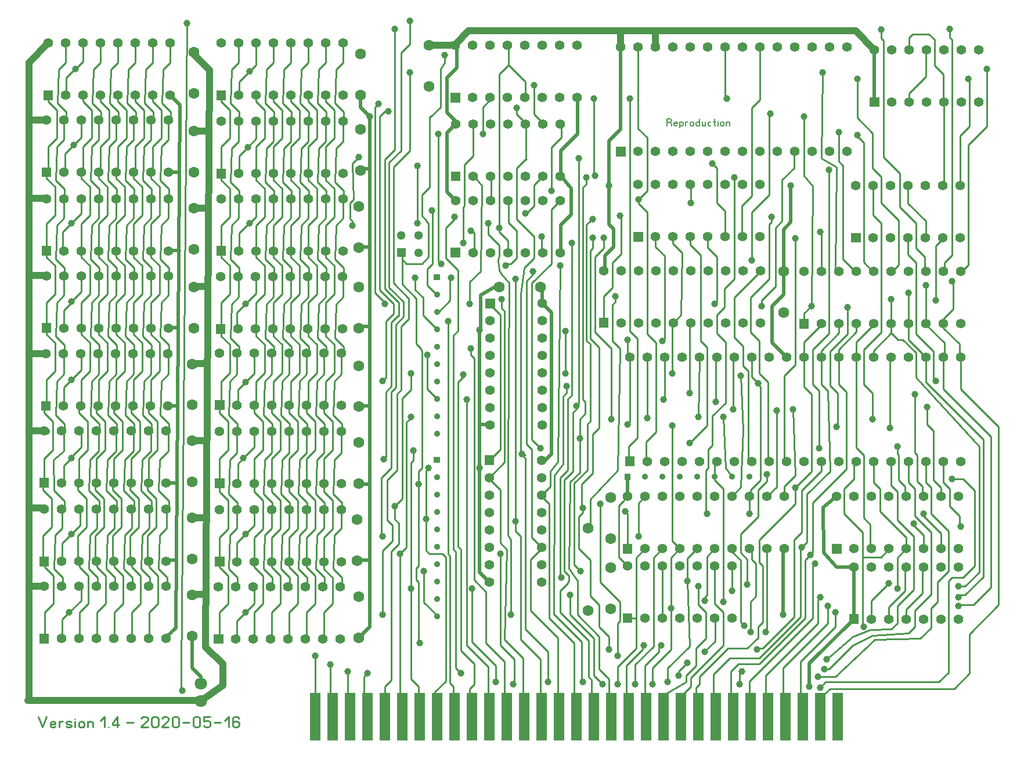
<source format=gbr>
%FSLAX34Y34*%
%MOMM*%
%LNCOPPER_TOP*%
G71*
G01*
%ADD10C,1.600*%
%ADD11C,0.250*%
%ADD12C,1.000*%
%ADD13C,0.500*%
%ADD14C,1.000*%
%ADD15C,1.400*%
%ADD16C,1.800*%
%ADD17C,0.880*%
%ADD18C,1.280*%
%ADD19C,0.286*%
%ADD20R,1.600X7.000*%
%ADD21C,0.191*%
%LPD*%
X700000Y672500D02*
G54D10*
D03*
X760000Y672500D02*
G54D10*
D03*
X862500Y262500D02*
G54D10*
D03*
X862500Y202500D02*
G54D10*
D03*
X862500Y365000D02*
G54D10*
D03*
X862500Y305000D02*
G54D10*
D03*
X495000Y220000D02*
G54D10*
D03*
X495000Y160000D02*
G54D10*
D03*
X492500Y332500D02*
G54D10*
D03*
X492500Y272500D02*
G54D10*
D03*
X495000Y445000D02*
G54D10*
D03*
X495000Y385000D02*
G54D10*
D03*
X495000Y557500D02*
G54D10*
D03*
X495000Y497500D02*
G54D10*
D03*
X495000Y672500D02*
G54D10*
D03*
X495000Y612500D02*
G54D10*
D03*
X495000Y790000D02*
G54D10*
D03*
X495000Y730000D02*
G54D10*
D03*
X497500Y902500D02*
G54D10*
D03*
X497500Y842500D02*
G54D10*
D03*
X497500Y1012500D02*
G54D10*
D03*
X497500Y952500D02*
G54D10*
D03*
X597500Y1025000D02*
G54D10*
D03*
X597500Y965000D02*
G54D10*
D03*
X1115000Y695000D02*
G54D10*
D03*
X1115000Y635000D02*
G54D10*
D03*
X255000Y1015000D02*
G54D10*
D03*
X255000Y955000D02*
G54D10*
D03*
X255000Y900000D02*
G54D10*
D03*
X255000Y840000D02*
G54D10*
D03*
X255000Y787500D02*
G54D10*
D03*
X255000Y727500D02*
G54D10*
D03*
X255000Y672500D02*
G54D10*
D03*
X255000Y612500D02*
G54D10*
D03*
X252500Y560000D02*
G54D10*
D03*
X252500Y500000D02*
G54D10*
D03*
X252500Y447500D02*
G54D10*
D03*
X252500Y387500D02*
G54D10*
D03*
X252500Y335000D02*
G54D10*
D03*
X252500Y275000D02*
G54D10*
D03*
X252500Y222500D02*
G54D10*
D03*
X252500Y162500D02*
G54D10*
D03*
X830000Y320000D02*
G54D10*
D03*
X830000Y200000D02*
G54D10*
D03*
G54D11*
X444900Y272500D02*
X444900Y259950D01*
X457200Y247650D01*
X457200Y209550D01*
X444500Y196850D01*
X444500Y157900D01*
X444900Y157500D01*
G54D11*
X419500Y272500D02*
X419500Y263125D01*
X431800Y250825D01*
X431800Y209550D01*
X419100Y196850D01*
X419100Y157900D01*
X419500Y157500D01*
G54D11*
X394100Y272500D02*
X394100Y263125D01*
X406400Y250825D01*
X406400Y209550D01*
X393700Y196850D01*
X393700Y157900D01*
X394100Y157500D01*
G54D11*
X368700Y272500D02*
X368700Y263125D01*
X381000Y250825D01*
X381000Y209550D01*
X368300Y196850D01*
X368300Y157900D01*
X368700Y157500D01*
G54D11*
X343300Y272500D02*
X343300Y263125D01*
X355600Y250825D01*
X355600Y209550D01*
X342900Y196850D01*
X342900Y157900D01*
X343300Y157500D01*
G54D11*
X292500Y272500D02*
X292500Y263125D01*
X304800Y250825D01*
X304800Y209550D01*
X292100Y196850D01*
X292100Y157900D01*
X292500Y157500D01*
G54D11*
X292500Y382500D02*
X292500Y373125D01*
X304800Y360825D01*
X304800Y319550D01*
X292100Y306850D01*
X292100Y267900D01*
X292500Y267500D01*
G54D11*
X343300Y382500D02*
X343300Y373125D01*
X355600Y360825D01*
X355600Y319550D01*
X342900Y306850D01*
X342900Y267900D01*
X343300Y267500D01*
G54D11*
X368700Y382500D02*
X368700Y373125D01*
X381000Y360825D01*
X381000Y319550D01*
X368300Y306850D01*
X368300Y267900D01*
X368700Y267500D01*
G54D11*
X394100Y382500D02*
X394100Y373125D01*
X406400Y360825D01*
X406400Y319550D01*
X393700Y306850D01*
X393700Y267900D01*
X394100Y267500D01*
G54D11*
X419500Y382500D02*
X419500Y373125D01*
X431800Y360825D01*
X431800Y319550D01*
X419100Y306850D01*
X419100Y267900D01*
X419500Y267500D01*
G54D11*
X444900Y382500D02*
X444900Y373125D01*
X457200Y360825D01*
X457200Y319550D01*
X444500Y306850D01*
X444500Y267900D01*
X444900Y267500D01*
G54D11*
X292500Y497500D02*
X292500Y488125D01*
X304800Y475825D01*
X304800Y434550D01*
X292100Y421850D01*
X292100Y382900D01*
X292500Y382500D01*
G54D11*
X343300Y497500D02*
X343300Y488125D01*
X355600Y475825D01*
X355600Y434550D01*
X342900Y421850D01*
X342900Y382900D01*
X343300Y382500D01*
G54D11*
X368700Y497500D02*
X368700Y488125D01*
X381000Y475825D01*
X381000Y434550D01*
X368300Y421850D01*
X368300Y382900D01*
X368700Y382500D01*
G54D11*
X394100Y497500D02*
X394100Y488125D01*
X406400Y475825D01*
X406400Y434550D01*
X393700Y421850D01*
X393700Y382900D01*
X394100Y382500D01*
G54D11*
X419500Y497500D02*
X419500Y488125D01*
X431800Y475825D01*
X431800Y434550D01*
X419100Y421850D01*
X419100Y382900D01*
X419500Y382500D01*
G54D11*
X444900Y497500D02*
X444900Y488125D01*
X457200Y475825D01*
X457200Y434550D01*
X444500Y421850D01*
X444500Y382900D01*
X444900Y382500D01*
G54D11*
X295000Y610000D02*
X295000Y600625D01*
X307300Y588325D01*
X307300Y547050D01*
X294600Y534350D01*
X294600Y495400D01*
X295000Y495000D01*
G54D11*
X345800Y610000D02*
X345800Y600625D01*
X358100Y588325D01*
X358100Y547050D01*
X345400Y534350D01*
X345400Y495400D01*
X345800Y495000D01*
G54D11*
X371200Y610000D02*
X371200Y600625D01*
X383500Y588325D01*
X383500Y547050D01*
X370800Y534350D01*
X370800Y495400D01*
X371200Y495000D01*
G54D11*
X396600Y610000D02*
X396600Y600625D01*
X408900Y588325D01*
X408900Y547050D01*
X396200Y534350D01*
X396200Y495400D01*
X396600Y495000D01*
G54D11*
X422000Y610000D02*
X422000Y600625D01*
X434300Y588325D01*
X434300Y547050D01*
X421600Y534350D01*
X421600Y495400D01*
X422000Y495000D01*
G54D11*
X447400Y610000D02*
X447400Y600625D01*
X459700Y588325D01*
X459700Y547050D01*
X447000Y534350D01*
X447000Y495400D01*
X447400Y495000D01*
G54D11*
X295000Y725000D02*
X295000Y715625D01*
X307300Y703325D01*
X307300Y662050D01*
X294600Y649350D01*
X294600Y610400D01*
X295000Y610000D01*
G54D11*
X345800Y725000D02*
X345800Y715625D01*
X358100Y703325D01*
X358100Y662050D01*
X345400Y649350D01*
X345400Y610400D01*
X345800Y610000D01*
G54D11*
X371200Y725000D02*
X371200Y715625D01*
X383500Y703325D01*
X383500Y662050D01*
X370800Y649350D01*
X370800Y610400D01*
X371200Y610000D01*
G54D11*
X396600Y725000D02*
X396600Y715625D01*
X408900Y703325D01*
X408900Y662050D01*
X396200Y649350D01*
X396200Y610400D01*
X396600Y610000D01*
G54D11*
X422000Y725000D02*
X422000Y715625D01*
X434300Y703325D01*
X434300Y662050D01*
X421600Y649350D01*
X421600Y610400D01*
X422000Y610000D01*
G54D11*
X447400Y725000D02*
X447400Y715625D01*
X459700Y703325D01*
X459700Y662050D01*
X447000Y649350D01*
X447000Y610400D01*
X447400Y610000D01*
G54D11*
X295000Y837500D02*
X295000Y828125D01*
X307300Y815825D01*
X307300Y774550D01*
X294600Y761850D01*
X294600Y722900D01*
X295000Y722500D01*
G54D11*
X345800Y837500D02*
X345800Y828125D01*
X358100Y815825D01*
X358100Y774550D01*
X345400Y761850D01*
X345400Y722900D01*
X345800Y722500D01*
G54D11*
X371200Y837500D02*
X371200Y828125D01*
X383500Y815825D01*
X383500Y774550D01*
X370800Y761850D01*
X370800Y722900D01*
X371200Y722500D01*
G54D11*
X396600Y837500D02*
X396600Y828125D01*
X408900Y815825D01*
X408900Y774550D01*
X396200Y761850D01*
X396200Y722900D01*
X396600Y722500D01*
G54D11*
X422000Y837500D02*
X422000Y828125D01*
X434300Y815825D01*
X434300Y774550D01*
X421600Y761850D01*
X421600Y722900D01*
X422000Y722500D01*
G54D11*
X447400Y837500D02*
X447400Y828125D01*
X459700Y815825D01*
X459700Y774550D01*
X447000Y761850D01*
X447000Y722900D01*
X447400Y722500D01*
G54D11*
X295000Y952500D02*
X295000Y943125D01*
X307300Y930825D01*
X307300Y889550D01*
X294600Y876850D01*
X294600Y837900D01*
X295000Y837500D01*
G54D11*
X345800Y952500D02*
X345800Y943125D01*
X358100Y930825D01*
X358100Y889550D01*
X345400Y876850D01*
X345400Y837900D01*
X345800Y837500D01*
G54D11*
X371200Y952500D02*
X371200Y943125D01*
X383500Y930825D01*
X383500Y889550D01*
X370800Y876850D01*
X370800Y837900D01*
X371200Y837500D01*
G54D11*
X396600Y952500D02*
X396600Y943125D01*
X408900Y930825D01*
X408900Y889550D01*
X396200Y876850D01*
X396200Y837900D01*
X396600Y837500D01*
G54D11*
X422000Y952500D02*
X422000Y943125D01*
X434300Y930825D01*
X434300Y889550D01*
X421600Y876850D01*
X421600Y837900D01*
X422000Y837500D01*
G54D11*
X447400Y952500D02*
X447400Y943125D01*
X459700Y930825D01*
X459700Y889550D01*
X447000Y876850D01*
X447000Y837900D01*
X447400Y837500D01*
G54D11*
X42500Y952500D02*
X42500Y943125D01*
X54800Y930825D01*
X54800Y889550D01*
X42100Y876850D01*
X42100Y837900D01*
X42500Y837500D01*
G54D11*
X93300Y952500D02*
X93300Y943125D01*
X105600Y930825D01*
X105600Y889550D01*
X92900Y876850D01*
X92900Y837900D01*
X93300Y837500D01*
G54D11*
X118700Y952500D02*
X118700Y943125D01*
X131000Y930825D01*
X131000Y889550D01*
X118300Y876850D01*
X118300Y837900D01*
X118700Y837500D01*
G54D11*
X144100Y952500D02*
X144100Y943125D01*
X156400Y930825D01*
X156400Y889550D01*
X143700Y876850D01*
X143700Y837900D01*
X144100Y837500D01*
G54D11*
X169500Y952500D02*
X169500Y943125D01*
X181800Y930825D01*
X181800Y889550D01*
X169100Y876850D01*
X169100Y837900D01*
X169500Y837500D01*
G54D11*
X194900Y952500D02*
X194900Y943125D01*
X207200Y930825D01*
X207200Y889550D01*
X194500Y876850D01*
X194500Y837900D01*
X194900Y837500D01*
G54D11*
X40000Y840000D02*
X40000Y830625D01*
X52300Y818325D01*
X52300Y777050D01*
X39600Y764350D01*
X39600Y725400D01*
X40000Y725000D01*
G54D11*
X90800Y840000D02*
X90800Y830625D01*
X103100Y818325D01*
X103100Y777050D01*
X90400Y764350D01*
X90400Y725400D01*
X90800Y725000D01*
G54D11*
X116200Y840000D02*
X116200Y830625D01*
X128500Y818325D01*
X128500Y777050D01*
X115800Y764350D01*
X115800Y725400D01*
X116200Y725000D01*
G54D11*
X141600Y840000D02*
X141600Y830625D01*
X153900Y818325D01*
X153900Y777050D01*
X141200Y764350D01*
X141200Y725400D01*
X141600Y725000D01*
G54D11*
X167000Y840000D02*
X167000Y830625D01*
X179300Y818325D01*
X179300Y777050D01*
X166600Y764350D01*
X166600Y725400D01*
X167000Y725000D01*
G54D11*
X192400Y840000D02*
X192400Y830625D01*
X204700Y818325D01*
X204700Y777050D01*
X192000Y764350D01*
X192000Y725400D01*
X192400Y725000D01*
G54D11*
X40000Y725000D02*
X40000Y715625D01*
X52300Y703325D01*
X52300Y662050D01*
X39600Y649350D01*
X39600Y610400D01*
X40000Y610000D01*
G54D11*
X90800Y725000D02*
X90800Y715625D01*
X103100Y703325D01*
X103100Y662050D01*
X90400Y649350D01*
X90400Y610400D01*
X90800Y610000D01*
G54D11*
X116200Y725000D02*
X116200Y715625D01*
X128500Y703325D01*
X128500Y662050D01*
X115800Y649350D01*
X115800Y610400D01*
X116200Y610000D01*
G54D11*
X141600Y725000D02*
X141600Y715625D01*
X153900Y703325D01*
X153900Y662050D01*
X141200Y649350D01*
X141200Y610400D01*
X141600Y610000D01*
G54D11*
X167000Y725000D02*
X167000Y715625D01*
X179300Y703325D01*
X179300Y662050D01*
X166600Y649350D01*
X166600Y610400D01*
X167000Y610000D01*
G54D11*
X192400Y725000D02*
X192400Y715625D01*
X204700Y703325D01*
X204700Y662050D01*
X192000Y649350D01*
X192000Y610400D01*
X192400Y610000D01*
G54D11*
X40000Y612500D02*
X40000Y603125D01*
X52300Y590825D01*
X52300Y549550D01*
X39600Y536850D01*
X39600Y497900D01*
X40000Y497500D01*
G54D11*
X90800Y612500D02*
X90800Y603125D01*
X103100Y590825D01*
X103100Y549550D01*
X90400Y536850D01*
X90400Y497900D01*
X90800Y497500D01*
G54D11*
X116200Y612500D02*
X116200Y603125D01*
X128500Y590825D01*
X128500Y549550D01*
X115800Y536850D01*
X115800Y497900D01*
X116200Y497500D01*
G54D11*
X141600Y612500D02*
X141600Y603125D01*
X153900Y590825D01*
X153900Y549550D01*
X141200Y536850D01*
X141200Y497900D01*
X141600Y497500D01*
G54D11*
X167000Y612500D02*
X167000Y603125D01*
X179300Y590825D01*
X179300Y549550D01*
X166600Y536850D01*
X166600Y497900D01*
X167000Y497500D01*
G54D11*
X192400Y612500D02*
X192400Y603125D01*
X204700Y590825D01*
X204700Y549550D01*
X192000Y536850D01*
X192000Y497900D01*
X192400Y497500D01*
G54D11*
X36825Y497500D02*
X36825Y488125D01*
X49125Y475825D01*
X49125Y434550D01*
X36425Y421850D01*
X36425Y382900D01*
X36825Y382500D01*
G54D11*
X87625Y497500D02*
X87625Y488125D01*
X99925Y475825D01*
X99925Y434550D01*
X87225Y421850D01*
X87225Y382900D01*
X87625Y382500D01*
G54D11*
X113025Y497500D02*
X113025Y488125D01*
X125325Y475825D01*
X125325Y434550D01*
X112625Y421850D01*
X112625Y382900D01*
X113025Y382500D01*
G54D11*
X138425Y497500D02*
X138425Y488125D01*
X150725Y475825D01*
X150725Y434550D01*
X138025Y421850D01*
X138025Y382900D01*
X138425Y382500D01*
G54D11*
X163825Y497500D02*
X163825Y488125D01*
X176125Y475825D01*
X176125Y434550D01*
X163425Y421850D01*
X163425Y382900D01*
X163825Y382500D01*
G54D11*
X189225Y497500D02*
X189225Y488125D01*
X201525Y475825D01*
X201525Y434550D01*
X188825Y421850D01*
X188825Y382900D01*
X189225Y382500D01*
G54D11*
X35000Y385000D02*
X35000Y375625D01*
X47300Y363325D01*
X47300Y322050D01*
X34600Y309350D01*
X34600Y270400D01*
X35000Y270000D01*
G54D11*
X85800Y385000D02*
X85800Y375625D01*
X98100Y363325D01*
X98100Y322050D01*
X85400Y309350D01*
X85400Y270400D01*
X85800Y270000D01*
G54D11*
X111200Y385000D02*
X111200Y375625D01*
X123500Y363325D01*
X123500Y322050D01*
X110800Y309350D01*
X110800Y270400D01*
X111200Y270000D01*
G54D11*
X136600Y385000D02*
X136600Y375625D01*
X148900Y363325D01*
X148900Y322050D01*
X136200Y309350D01*
X136200Y270400D01*
X136600Y270000D01*
G54D11*
X162000Y385000D02*
X162000Y375625D01*
X174300Y363325D01*
X174300Y322050D01*
X161600Y309350D01*
X161600Y270400D01*
X162000Y270000D01*
G54D11*
X187400Y385000D02*
X187400Y375625D01*
X199700Y363325D01*
X199700Y322050D01*
X187000Y309350D01*
X187000Y270400D01*
X187400Y270000D01*
G54D11*
X37500Y272500D02*
X37500Y263125D01*
X49800Y250825D01*
X49800Y209550D01*
X37100Y196850D01*
X37100Y157900D01*
X37500Y157500D01*
G54D11*
X88300Y272500D02*
X88300Y263125D01*
X100600Y250825D01*
X100600Y209550D01*
X87900Y196850D01*
X87900Y157900D01*
X88300Y157500D01*
G54D11*
X113700Y272500D02*
X113700Y263125D01*
X126000Y250825D01*
X126000Y209550D01*
X113300Y196850D01*
X113300Y157900D01*
X113700Y157500D01*
G54D11*
X139100Y272500D02*
X139100Y263125D01*
X151400Y250825D01*
X151400Y209550D01*
X138700Y196850D01*
X138700Y157900D01*
X139100Y157500D01*
G54D11*
X164500Y272500D02*
X164500Y263125D01*
X176800Y250825D01*
X176800Y209550D01*
X164100Y196850D01*
X164100Y157900D01*
X164500Y157500D01*
G54D11*
X189900Y272500D02*
X189900Y263125D01*
X202200Y250825D01*
X202200Y209550D01*
X189500Y196850D01*
X189500Y157900D01*
X189900Y157500D01*
X238125Y82550D02*
G54D12*
D03*
X431800Y133350D02*
G54D12*
D03*
X454025Y120650D02*
G54D12*
D03*
X73025Y196850D02*
G54D12*
D03*
X330200Y196850D02*
G54D12*
D03*
X330200Y311150D02*
G54D12*
D03*
X76200Y311150D02*
G54D12*
D03*
X76200Y422275D02*
G54D12*
D03*
X327025Y422275D02*
G54D12*
D03*
X330200Y533400D02*
G54D12*
D03*
X76200Y536575D02*
G54D12*
D03*
X76200Y650875D02*
G54D12*
D03*
X330200Y647700D02*
G54D12*
D03*
X336550Y765175D02*
G54D12*
D03*
X76200Y765175D02*
G54D12*
D03*
X79375Y879475D02*
G54D12*
D03*
X333375Y876300D02*
G54D12*
D03*
X336550Y987425D02*
G54D12*
D03*
X82550Y990600D02*
G54D12*
D03*
X479425Y111125D02*
G54D12*
D03*
X508000Y107950D02*
G54D12*
D03*
X584200Y152400D02*
G54D12*
D03*
X571500Y231775D02*
G54D12*
D03*
X530225Y193675D02*
G54D12*
D03*
X530225Y307975D02*
G54D12*
D03*
X555625Y282575D02*
G54D12*
D03*
X590550Y257175D02*
G54D12*
D03*
X660400Y231775D02*
G54D12*
D03*
X644525Y107950D02*
G54D12*
D03*
X695325Y95250D02*
G54D12*
D03*
X720725Y92075D02*
G54D12*
D03*
X771525Y95250D02*
G54D12*
D03*
X717550Y193675D02*
G54D12*
D03*
X790575Y247650D02*
G54D12*
D03*
X803275Y222250D02*
G54D12*
D03*
X701675Y282575D02*
G54D12*
D03*
X723900Y330200D02*
G54D12*
D03*
X593725Y333375D02*
G54D12*
D03*
X822325Y95250D02*
G54D12*
D03*
X850900Y92075D02*
G54D12*
D03*
X873125Y92075D02*
G54D12*
D03*
X898525Y92075D02*
G54D12*
D03*
X923925Y92075D02*
G54D12*
D03*
X946150Y95250D02*
G54D12*
D03*
X962025Y104775D02*
G54D12*
D03*
X974725Y123825D02*
G54D12*
D03*
X1000125Y139700D02*
G54D12*
D03*
X936625Y149225D02*
G54D12*
D03*
X911225Y149225D02*
G54D12*
D03*
X860425Y142875D02*
G54D12*
D03*
X873125Y133350D02*
G54D12*
D03*
X819150Y257175D02*
G54D12*
D03*
X1057275Y177800D02*
G54D12*
D03*
X1066800Y168275D02*
G54D12*
D03*
X1089025Y168275D02*
G54D12*
D03*
X1114425Y193675D02*
G54D12*
D03*
X1076325Y142875D02*
G54D12*
D03*
X1054100Y111125D02*
G54D12*
D03*
X1050925Y92075D02*
G54D12*
D03*
X1152525Y88900D02*
G54D12*
D03*
X1141412Y292100D02*
G54D12*
D03*
X1154112Y280988D02*
G54D12*
D03*
X1160462Y268288D02*
G54D12*
D03*
X1168400Y87312D02*
G54D12*
D03*
X1165225Y103188D02*
G54D12*
D03*
X1174750Y114300D02*
G54D12*
D03*
X1177925Y128588D02*
G54D12*
D03*
X1231900Y176212D02*
G54D12*
D03*
X1268412Y239712D02*
G54D12*
D03*
X1281112Y231775D02*
G54D12*
D03*
X1190625Y196850D02*
G54D12*
D03*
X1179512Y206375D02*
G54D12*
D03*
X1168400Y219075D02*
G54D12*
D03*
X1062038Y238125D02*
G54D12*
D03*
X1039812Y228600D02*
G54D12*
D03*
X1027112Y212725D02*
G54D12*
D03*
X1000125Y214312D02*
G54D12*
D03*
X990600Y234950D02*
G54D12*
D03*
X974725Y242888D02*
G54D12*
D03*
X1370012Y234950D02*
G54D12*
D03*
X1370012Y219075D02*
G54D12*
D03*
X1370012Y206375D02*
G54D12*
D03*
X1373188Y322262D02*
G54D12*
D03*
X1319212Y341312D02*
G54D12*
D03*
X1304925Y327025D02*
G54D12*
D03*
X1065212Y341312D02*
G54D12*
D03*
X1003300Y341312D02*
G54D12*
D03*
X903288Y307975D02*
G54D12*
D03*
X1090612Y398462D02*
G54D12*
D03*
X1131888Y379412D02*
G54D12*
D03*
X760412Y436562D02*
G54D12*
D03*
X733425Y428625D02*
G54D12*
D03*
X817562Y450850D02*
G54D12*
D03*
X822325Y349250D02*
G54D12*
D03*
X847725Y355600D02*
G54D12*
D03*
X812800Y498475D02*
G54D12*
D03*
X798512Y527050D02*
G54D12*
D03*
X863600Y479425D02*
G54D12*
D03*
X887412Y471488D02*
G54D12*
D03*
X915988Y481012D02*
G54D12*
D03*
X939800Y508000D02*
G54D12*
D03*
X952500Y469900D02*
G54D12*
D03*
X990600Y482600D02*
G54D12*
D03*
X977900Y444500D02*
G54D12*
D03*
X1016000Y504825D02*
G54D12*
D03*
X977900Y517525D02*
G54D12*
D03*
X1027112Y482600D02*
G54D12*
D03*
X1041400Y493712D02*
G54D12*
D03*
X1104900Y492125D02*
G54D12*
D03*
X1128712Y493712D02*
G54D12*
D03*
X1166812Y436562D02*
G54D12*
D03*
X1192212Y468312D02*
G54D12*
D03*
X1360488Y392112D02*
G54D12*
D03*
X1323975Y496888D02*
G54D12*
D03*
X1306512Y515938D02*
G54D12*
D03*
X1270000Y466725D02*
G54D12*
D03*
X1244600Y479425D02*
G54D12*
D03*
X1281112Y439738D02*
G54D12*
D03*
X1336675Y534988D02*
G54D12*
D03*
X1077912Y531812D02*
G54D12*
D03*
X1052512Y542925D02*
G54D12*
D03*
X1014412Y647700D02*
G54D12*
D03*
X1082675Y644525D02*
G54D12*
D03*
X1155700Y644525D02*
G54D12*
D03*
X1208088Y642938D02*
G54D12*
D03*
X1271588Y654050D02*
G54D12*
D03*
X1296988Y663575D02*
G54D12*
D03*
X1336675Y652462D02*
G54D12*
D03*
X1360488Y681038D02*
G54D12*
D03*
X1068388Y711200D02*
G54D12*
D03*
X1131888Y742950D02*
G54D12*
D03*
X1168400Y752475D02*
G54D12*
D03*
X1181100Y842962D02*
G54D12*
D03*
X1125538Y820738D02*
G54D12*
D03*
X1096962Y774700D02*
G54D12*
D03*
X1042988Y831850D02*
G54D12*
D03*
X1011238Y852488D02*
G54D12*
D03*
X1095375Y925512D02*
G54D12*
D03*
X1144588Y920750D02*
G54D12*
D03*
X1195388Y898525D02*
G54D12*
D03*
X1222375Y893762D02*
G54D12*
D03*
X1257300Y1047750D02*
G54D12*
D03*
X1357312Y1049338D02*
G54D12*
D03*
X1411288Y990600D02*
G54D12*
D03*
X1384300Y976312D02*
G54D12*
D03*
X1171575Y985838D02*
G54D12*
D03*
X1222375Y976312D02*
G54D12*
D03*
X1031875Y947738D02*
G54D12*
D03*
X838200Y947738D02*
G54D12*
D03*
X890588Y947738D02*
G54D12*
D03*
X839788Y835025D02*
G54D12*
D03*
X827088Y831850D02*
G54D12*
D03*
X815975Y860425D02*
G54D12*
D03*
X903288Y800100D02*
G54D12*
D03*
X979488Y795338D02*
G54D12*
D03*
X750888Y966788D02*
G54D12*
D03*
X725488Y933450D02*
G54D12*
D03*
X676275Y895350D02*
G54D12*
D03*
X776288Y812800D02*
G54D12*
D03*
X611188Y895350D02*
G54D12*
D03*
X569912Y985838D02*
G54D12*
D03*
X569912Y1060450D02*
G54D12*
D03*
X547688Y1049338D02*
G54D12*
D03*
X523875Y939800D02*
G54D12*
D03*
X538162Y928688D02*
G54D12*
D03*
X511175Y920750D02*
G54D12*
D03*
X581025Y849312D02*
G54D12*
D03*
X244475Y1057275D02*
G54D12*
D03*
X547688Y352425D02*
G54D12*
D03*
X582612Y384175D02*
G54D12*
D03*
X574675Y433388D02*
G54D12*
D03*
X531812Y420688D02*
G54D12*
D03*
X671512Y407988D02*
G54D12*
D03*
X530225Y534988D02*
G54D12*
D03*
X571500Y482600D02*
G54D12*
D03*
X571500Y546100D02*
G54D12*
D03*
X595312Y573088D02*
G54D12*
D03*
X625475Y622300D02*
G54D12*
D03*
X630238Y685800D02*
G54D12*
D03*
X577850Y685800D02*
G54D12*
D03*
X533400Y647700D02*
G54D12*
D03*
X796925Y608012D02*
G54D12*
D03*
X796925Y546100D02*
G54D12*
D03*
X887412Y595312D02*
G54D12*
D03*
X938212Y593725D02*
G54D12*
D03*
X952500Y546100D02*
G54D12*
D03*
X652462Y508000D02*
G54D12*
D03*
X647700Y544512D02*
G54D12*
D03*
X658812Y582612D02*
G54D12*
D03*
X671512Y609600D02*
G54D12*
D03*
X657225Y647700D02*
G54D12*
D03*
X709612Y703262D02*
G54D12*
D03*
X723900Y684212D02*
G54D12*
D03*
X749300Y695325D02*
G54D12*
D03*
X788988Y703262D02*
G54D12*
D03*
X762000Y746125D02*
G54D12*
D03*
X738188Y779462D02*
G54D12*
D03*
X700088Y758825D02*
G54D12*
D03*
X684212Y765175D02*
G54D12*
D03*
X658812Y754062D02*
G54D12*
D03*
X647700Y736600D02*
G54D12*
D03*
X635000Y774700D02*
G54D12*
D03*
X615950Y706438D02*
G54D12*
D03*
X601662Y784225D02*
G54D12*
D03*
X581025Y765175D02*
G54D12*
D03*
X836612Y771525D02*
G54D12*
D03*
X806450Y736600D02*
G54D12*
D03*
X836612Y744538D02*
G54D12*
D03*
X852488Y744538D02*
G54D12*
D03*
X876300Y776288D02*
G54D12*
D03*
X860425Y820738D02*
G54D12*
D03*
X869950Y658812D02*
G54D12*
D03*
X884238Y344488D02*
G54D12*
D03*
G54D11*
X912812Y76200D02*
X912812Y119062D01*
X933450Y139700D01*
X933450Y146050D01*
X936625Y149225D01*
G54D11*
X885825Y74612D02*
X885825Y119062D01*
X909638Y142875D01*
X909638Y147638D01*
X911225Y149225D01*
G54D11*
X962025Y104775D02*
X962025Y111125D01*
X974725Y123825D01*
G54D11*
X1050925Y92075D02*
X1050925Y107950D01*
X1054100Y111125D01*
G54D13*
X1152525Y88900D02*
X1152525Y122525D01*
X1217500Y187500D01*
X1217500Y263700D01*
X1192038Y263700D01*
X1173162Y284162D01*
X1172375Y350838D01*
X1192500Y366200D01*
X950912Y203200D02*
G54D12*
D03*
G54D11*
X431800Y133350D02*
X431800Y71438D01*
X427038Y66675D01*
G54D11*
X454025Y65088D02*
X454025Y120650D01*
G54D11*
X479425Y65088D02*
X479425Y111125D01*
G54D11*
X503238Y61912D02*
X503238Y103188D01*
X508000Y107950D01*
G54D11*
X590550Y257175D02*
X590550Y211950D01*
X609300Y193200D01*
G54D11*
X593725Y333375D02*
X593725Y287338D01*
X598488Y282575D01*
X617538Y282575D01*
X622300Y277812D01*
X622300Y96838D01*
X606425Y80962D01*
X606425Y68262D01*
G54D11*
X595312Y573088D02*
X595312Y522988D01*
X609300Y509000D01*
G54D11*
X609300Y636000D02*
X612187Y636000D01*
X628650Y652462D01*
X628650Y684212D01*
X630238Y685800D01*
G54D11*
X577850Y685800D02*
X577850Y668338D01*
X588962Y657225D01*
X588962Y630938D01*
X609300Y610600D01*
G54D11*
X581025Y765175D02*
X581025Y849312D01*
G54D11*
X609300Y661400D02*
X608600Y661400D01*
X595312Y674688D01*
X595312Y698500D01*
X603250Y706438D01*
X603250Y779462D01*
X601662Y784225D01*
G54D11*
X598488Y920750D02*
X598488Y817562D01*
X587375Y806450D01*
X587375Y776288D01*
X593725Y769938D01*
X593725Y768350D01*
X596900Y765175D01*
X596900Y715962D01*
X587375Y706438D01*
X565150Y706438D01*
X558800Y712788D01*
X558800Y721200D01*
X557500Y722500D01*
G54D11*
X598488Y920750D02*
X600075Y920750D01*
X614362Y935038D01*
X614362Y990600D01*
X620712Y1000125D01*
X620712Y1011238D02*
G54D12*
D03*
G54D11*
X620712Y1011238D02*
X620712Y1000125D01*
G54D11*
X582612Y384175D02*
X582612Y265112D01*
X579438Y261938D01*
X579438Y244475D01*
X582612Y241300D01*
X582612Y153988D01*
X584200Y152400D01*
G54D11*
X582612Y384175D02*
X582612Y403225D01*
X587375Y407988D01*
X587375Y579438D01*
X585788Y581025D01*
X585788Y582612D01*
X579438Y588962D01*
X579438Y655638D01*
X558800Y676275D01*
X558800Y721200D01*
X557500Y722500D01*
G54D11*
X625475Y622300D02*
X625475Y282575D01*
X628650Y279400D01*
X628650Y93662D01*
X633412Y88900D01*
X633412Y74612D01*
G54D11*
X701675Y282575D02*
X701675Y149225D01*
X722312Y128588D01*
X722312Y92075D01*
G54D13*
X1114425Y193675D02*
X1114425Y288325D01*
X1116100Y290000D01*
G54D13*
X1115000Y695000D02*
X1115000Y660975D01*
X1098550Y644525D01*
X1098550Y591050D01*
X1119450Y570150D01*
G54D13*
X1115000Y695000D02*
X1115000Y756225D01*
X1125538Y766762D01*
X1125538Y820738D01*
G54D13*
X1247500Y942500D02*
X1247500Y1018700D01*
G54D13*
X877500Y1022400D02*
X877500Y902900D01*
X860425Y885825D01*
X860425Y820738D01*
G54D13*
X860425Y820738D02*
X860425Y763588D01*
X866775Y757238D01*
X866775Y730250D01*
X854075Y717550D01*
X854075Y697775D01*
X852500Y696200D01*
G54D13*
X762000Y419500D02*
X767162Y419500D01*
X776288Y428625D01*
X776288Y635212D01*
X763250Y648250D01*
X763250Y669250D01*
X760000Y672500D01*
G54D13*
X700000Y672500D02*
X693138Y672500D01*
X673100Y660400D01*
X673100Y611188D01*
X671512Y609600D01*
X671512Y407988D01*
X671512Y255987D01*
X685800Y241700D01*
G54D13*
X673100Y471488D02*
X686012Y471488D01*
X687050Y470450D01*
G54D13*
X789900Y722500D02*
X789900Y762912D01*
X804862Y777875D01*
X804862Y815975D01*
X789900Y835000D01*
X789900Y870862D01*
X814388Y895350D01*
X814388Y946588D01*
X815300Y947500D01*
G54D13*
X637500Y798700D02*
X636400Y798700D01*
X623888Y811212D01*
X623888Y897588D01*
X637500Y911200D01*
X637500Y913488D01*
X623888Y927100D01*
X623888Y977900D01*
X638175Y992188D01*
X638175Y1023025D01*
X637500Y1023700D01*
G54D14*
X597500Y1025000D02*
X636200Y1025000D01*
X637500Y1023700D01*
X637500Y1028025D01*
X655638Y1046162D01*
X1220038Y1046162D01*
X1247500Y1018700D01*
G54D14*
X877500Y1022400D02*
X877500Y1045775D01*
G54D14*
X928300Y1022400D02*
X928300Y1045775D01*
X928688Y1046162D01*
G54D14*
X42500Y1028700D02*
X42500Y1028338D01*
X14288Y1000125D01*
X14288Y69850D01*
X12700Y68262D01*
X264238Y68262D01*
X265200Y67300D01*
G54D14*
X14288Y234950D02*
X36250Y234950D01*
X37500Y236200D01*
G54D14*
X14288Y349250D02*
X36950Y349250D01*
X37500Y348700D01*
G54D14*
X14288Y461962D02*
X39238Y461962D01*
X40000Y461200D01*
G54D14*
X14288Y574675D02*
X39025Y574675D01*
X40000Y573700D01*
G54D14*
X15875Y688975D02*
X39725Y688975D01*
X40000Y688700D01*
G54D14*
X14288Y801688D02*
X39512Y801688D01*
X40000Y801200D01*
G54D14*
X14288Y915988D02*
X39788Y915988D01*
X40000Y916200D01*
G54D14*
X255000Y1015000D02*
X255000Y1011825D01*
X277812Y989012D01*
X271462Y146050D01*
X296862Y122238D01*
X296862Y90488D01*
X265200Y67300D01*
G54D14*
X255000Y900000D02*
X276112Y900000D01*
X276225Y900112D01*
G54D14*
X276225Y787400D02*
X255100Y787400D01*
X255000Y787500D01*
G54D14*
X274638Y673100D02*
X255600Y673100D01*
X255000Y672500D01*
G54D14*
X274638Y560388D02*
X252888Y560388D01*
X252500Y560000D01*
G54D14*
X273050Y447675D02*
X252675Y447675D01*
X252500Y447500D01*
G54D14*
X273050Y334962D02*
X252538Y334962D01*
X252500Y335000D01*
G54D14*
X271462Y223838D02*
X253838Y223838D01*
X252500Y222500D01*
G54D13*
X252500Y162500D02*
X252500Y115800D01*
X265112Y103188D01*
X265112Y92788D01*
X265200Y92700D01*
G54D13*
X215300Y160000D02*
X215300Y161325D01*
X228600Y174625D01*
X234950Y938212D01*
X234588Y938212D01*
X220300Y952500D01*
G54D11*
X244475Y1057275D02*
X236538Y109538D01*
X236538Y84138D01*
X238125Y82550D01*
G54D13*
X217800Y840000D02*
X233150Y840000D01*
X233362Y839788D01*
G54D13*
X233362Y725488D02*
X218288Y725488D01*
X217800Y725000D01*
G54D13*
X231775Y612775D02*
X218075Y612775D01*
X217800Y612500D01*
G54D13*
X230188Y498475D02*
X218775Y498475D01*
X217800Y497500D01*
G54D13*
X230188Y385762D02*
X218562Y385762D01*
X217800Y385000D01*
G54D13*
X228600Y273050D02*
X215850Y273050D01*
X215300Y272500D01*
G54D11*
X215300Y348700D02*
X215300Y320075D01*
X204788Y309562D01*
X203200Y260350D01*
X215900Y247650D01*
X215900Y236800D01*
X215300Y236200D01*
G54D11*
X189900Y348700D02*
X189900Y320075D01*
X179388Y309562D01*
X177800Y260350D01*
X190500Y247650D01*
X190500Y236800D01*
X189900Y236200D01*
G54D11*
X164500Y348700D02*
X164500Y320075D01*
X153988Y309562D01*
X152400Y260350D01*
X165100Y247650D01*
X165100Y236800D01*
X164500Y236200D01*
G54D11*
X139100Y348700D02*
X139100Y320075D01*
X128588Y309562D01*
X127000Y260350D01*
X139700Y247650D01*
X139700Y236800D01*
X139100Y236200D01*
G54D11*
X113700Y348700D02*
X113700Y320075D01*
X103188Y309562D01*
X101600Y260350D01*
X114300Y247650D01*
X114300Y236800D01*
X113700Y236200D01*
G54D11*
X62900Y348700D02*
X62900Y320075D01*
X52388Y309562D01*
X50800Y260350D01*
X63500Y247650D01*
X63500Y236800D01*
X62900Y236200D01*
G54D11*
X317900Y348700D02*
X317900Y320075D01*
X307388Y309562D01*
X305800Y260350D01*
X318500Y247650D01*
X318500Y236800D01*
X317900Y236200D01*
G54D11*
X368700Y348700D02*
X368700Y320075D01*
X358188Y309562D01*
X356600Y260350D01*
X369300Y247650D01*
X369300Y236800D01*
X368700Y236200D01*
G54D11*
X394100Y348700D02*
X394100Y320075D01*
X383588Y309562D01*
X382000Y260350D01*
X394700Y247650D01*
X394700Y236800D01*
X394100Y236200D01*
G54D11*
X419500Y348700D02*
X419500Y320075D01*
X408988Y309562D01*
X407400Y260350D01*
X420100Y247650D01*
X420100Y236800D01*
X419500Y236200D01*
G54D11*
X444900Y348700D02*
X444900Y320075D01*
X434388Y309562D01*
X432800Y260350D01*
X445500Y247650D01*
X445500Y236800D01*
X444900Y236200D01*
G54D11*
X470300Y348700D02*
X470300Y320075D01*
X459788Y309562D01*
X458200Y260350D01*
X470900Y247650D01*
X470900Y236800D01*
X470300Y236200D01*
G54D11*
X65400Y461200D02*
X65400Y432575D01*
X49888Y419562D01*
X50800Y375350D01*
X66000Y360150D01*
X66000Y349300D01*
X65400Y348700D01*
G54D11*
X116200Y461200D02*
X116200Y432575D01*
X103188Y419562D01*
X101600Y375350D01*
X116800Y360150D01*
X116800Y349300D01*
X116200Y348700D01*
G54D11*
X141600Y461200D02*
X141600Y432575D01*
X128588Y419562D01*
X127000Y375350D01*
X142200Y360150D01*
X142200Y349300D01*
X141600Y348700D01*
G54D11*
X167000Y461200D02*
X167000Y432575D01*
X153988Y419562D01*
X152400Y375350D01*
X167600Y360150D01*
X167600Y349300D01*
X167000Y348700D01*
G54D11*
X192400Y461200D02*
X192400Y432575D01*
X179388Y419562D01*
X177800Y375350D01*
X193000Y360150D01*
X193000Y349300D01*
X192400Y348700D01*
G54D11*
X217800Y461200D02*
X217800Y432575D01*
X204788Y419562D01*
X203200Y375350D01*
X218400Y360150D01*
X218400Y349300D01*
X217800Y348700D01*
G54D11*
X317900Y458700D02*
X317900Y430075D01*
X307388Y419562D01*
X305800Y370350D01*
X318500Y357650D01*
X318500Y346800D01*
X317900Y346200D01*
G54D11*
X368700Y458700D02*
X368700Y430075D01*
X358188Y419562D01*
X356600Y370350D01*
X369300Y357650D01*
X369300Y346800D01*
X368700Y346200D01*
G54D11*
X394100Y458700D02*
X394100Y430075D01*
X383588Y419562D01*
X382000Y370350D01*
X394700Y357650D01*
X394700Y346800D01*
X394100Y346200D01*
G54D11*
X419500Y458700D02*
X419500Y430075D01*
X408988Y419562D01*
X407400Y370350D01*
X420100Y357650D01*
X420100Y346800D01*
X419500Y346200D01*
G54D11*
X444900Y458700D02*
X444900Y430075D01*
X434388Y419562D01*
X432800Y370350D01*
X445500Y357650D01*
X445500Y346800D01*
X444900Y346200D01*
G54D11*
X470300Y458700D02*
X470300Y430075D01*
X459788Y419562D01*
X458200Y370350D01*
X470900Y357650D01*
X470900Y346800D01*
X470300Y346200D01*
G54D11*
X470300Y573700D02*
X470300Y545075D01*
X459788Y534562D01*
X458200Y485350D01*
X470900Y472650D01*
X470900Y461800D01*
X470300Y461200D01*
G54D11*
X444900Y573700D02*
X444900Y545075D01*
X434388Y534562D01*
X432800Y485350D01*
X445500Y472650D01*
X445500Y461800D01*
X444900Y461200D01*
G54D11*
X419500Y573700D02*
X419500Y545075D01*
X408988Y534562D01*
X407400Y485350D01*
X420100Y472650D01*
X420100Y461800D01*
X419500Y461200D01*
G54D11*
X394100Y573700D02*
X394100Y545075D01*
X383588Y534562D01*
X382000Y485350D01*
X394700Y472650D01*
X394700Y461800D01*
X394100Y461200D01*
G54D11*
X368700Y573700D02*
X368700Y545075D01*
X358188Y534562D01*
X356600Y485350D01*
X369300Y472650D01*
X369300Y461800D01*
X368700Y461200D01*
G54D11*
X317900Y573700D02*
X317900Y545075D01*
X307388Y534562D01*
X305800Y485350D01*
X318500Y472650D01*
X318500Y461800D01*
X317900Y461200D01*
G54D11*
X217800Y573700D02*
X217800Y545075D01*
X207288Y534562D01*
X205700Y485350D01*
X218400Y472650D01*
X218400Y461800D01*
X217800Y461200D01*
G54D11*
X192400Y573700D02*
X192400Y545075D01*
X181888Y534562D01*
X180300Y485350D01*
X193000Y472650D01*
X193000Y461800D01*
X192400Y461200D01*
G54D11*
X167000Y573700D02*
X167000Y545075D01*
X156488Y534562D01*
X154900Y485350D01*
X167600Y472650D01*
X167600Y461800D01*
X167000Y461200D01*
G54D11*
X141600Y573700D02*
X141600Y545075D01*
X131088Y534562D01*
X129500Y485350D01*
X142200Y472650D01*
X142200Y461800D01*
X141600Y461200D01*
G54D11*
X116200Y573700D02*
X116200Y545075D01*
X105688Y534562D01*
X104100Y485350D01*
X116800Y472650D01*
X116800Y461800D01*
X116200Y461200D01*
G54D11*
X65400Y573700D02*
X65400Y545075D01*
X54888Y534562D01*
X53300Y485350D01*
X66000Y472650D01*
X66000Y461800D01*
X65400Y461200D01*
G54D11*
X217800Y688700D02*
X217800Y660075D01*
X207288Y649562D01*
X205700Y600350D01*
X218400Y587650D01*
X218400Y576800D01*
X217800Y576200D01*
G54D11*
X192400Y688700D02*
X192400Y660075D01*
X181888Y649562D01*
X180300Y600350D01*
X193000Y587650D01*
X193000Y576800D01*
X192400Y576200D01*
G54D11*
X167000Y688700D02*
X167000Y660075D01*
X156488Y649562D01*
X154900Y600350D01*
X167600Y587650D01*
X167600Y576800D01*
X167000Y576200D01*
G54D11*
X141600Y688700D02*
X141600Y660075D01*
X131088Y649562D01*
X129500Y600350D01*
X142200Y587650D01*
X142200Y576800D01*
X141600Y576200D01*
G54D11*
X116200Y688700D02*
X116200Y660075D01*
X105688Y649562D01*
X104100Y600350D01*
X116800Y587650D01*
X116800Y576800D01*
X116200Y576200D01*
G54D11*
X65400Y688700D02*
X65400Y660075D01*
X54888Y649562D01*
X53300Y600350D01*
X66000Y587650D01*
X66000Y576800D01*
X65400Y576200D01*
G54D11*
X472800Y686200D02*
X472800Y657575D01*
X462288Y647062D01*
X460700Y597850D01*
X473400Y585150D01*
X473400Y574300D01*
X472800Y573700D01*
G54D11*
X447400Y686200D02*
X447400Y657575D01*
X436888Y647062D01*
X435300Y597850D01*
X448000Y585150D01*
X448000Y574300D01*
X447400Y573700D01*
G54D11*
X422000Y686200D02*
X422000Y657575D01*
X411488Y647062D01*
X409900Y597850D01*
X422600Y585150D01*
X422600Y574300D01*
X422000Y573700D01*
G54D11*
X396600Y686200D02*
X396600Y657575D01*
X386088Y647062D01*
X384500Y597850D01*
X397200Y585150D01*
X397200Y574300D01*
X396600Y573700D01*
G54D11*
X371200Y686200D02*
X371200Y657575D01*
X360688Y647062D01*
X359100Y597850D01*
X371800Y585150D01*
X371800Y574300D01*
X371200Y573700D01*
G54D11*
X320400Y686200D02*
X320400Y657575D01*
X309888Y647062D01*
X308300Y597850D01*
X321000Y585150D01*
X321000Y574300D01*
X320400Y573700D01*
G54D11*
X472800Y801200D02*
X472800Y772575D01*
X462288Y762062D01*
X460700Y712850D01*
X473400Y700150D01*
X473400Y689300D01*
X472800Y688700D01*
G54D11*
X447400Y801200D02*
X447400Y772575D01*
X436888Y762062D01*
X435300Y712850D01*
X448000Y700150D01*
X448000Y689300D01*
X447400Y688700D01*
G54D11*
X422000Y801200D02*
X422000Y772575D01*
X411488Y762062D01*
X409900Y712850D01*
X422600Y700150D01*
X422600Y689300D01*
X422000Y688700D01*
G54D11*
X396600Y801200D02*
X396600Y772575D01*
X386088Y762062D01*
X384500Y712850D01*
X397200Y700150D01*
X397200Y689300D01*
X396600Y688700D01*
G54D11*
X371200Y801200D02*
X371200Y772575D01*
X360688Y762062D01*
X359100Y712850D01*
X371800Y700150D01*
X371800Y689300D01*
X371200Y688700D01*
G54D11*
X320400Y801200D02*
X320400Y772575D01*
X309888Y762062D01*
X308300Y712850D01*
X321000Y700150D01*
X321000Y689300D01*
X320400Y688700D01*
G54D11*
X217800Y801200D02*
X217800Y772575D01*
X207288Y762062D01*
X205700Y712850D01*
X218400Y700150D01*
X218400Y689300D01*
X217800Y688700D01*
G54D11*
X192400Y801200D02*
X192400Y772575D01*
X181888Y762062D01*
X180300Y712850D01*
X193000Y700150D01*
X193000Y689300D01*
X192400Y688700D01*
G54D11*
X167000Y801200D02*
X167000Y772575D01*
X156488Y762062D01*
X154900Y712850D01*
X167600Y700150D01*
X167600Y689300D01*
X167000Y688700D01*
G54D11*
X141600Y801200D02*
X141600Y772575D01*
X131088Y762062D01*
X129500Y712850D01*
X142200Y700150D01*
X142200Y689300D01*
X141600Y688700D01*
G54D11*
X116200Y801200D02*
X116200Y772575D01*
X105688Y762062D01*
X104100Y712850D01*
X116800Y700150D01*
X116800Y689300D01*
X116200Y688700D01*
G54D11*
X65400Y801200D02*
X65400Y772575D01*
X54888Y762062D01*
X53300Y712850D01*
X66000Y700150D01*
X66000Y689300D01*
X65400Y688700D01*
G54D11*
X217800Y916200D02*
X217800Y887575D01*
X207288Y877062D01*
X205700Y827850D01*
X218400Y815150D01*
X218400Y804300D01*
X217800Y803700D01*
G54D11*
X192400Y916200D02*
X192400Y887575D01*
X181888Y877062D01*
X180300Y827850D01*
X193000Y815150D01*
X193000Y804300D01*
X192400Y803700D01*
G54D11*
X167000Y916200D02*
X167000Y887575D01*
X156488Y877062D01*
X154900Y827850D01*
X167600Y815150D01*
X167600Y804300D01*
X167000Y803700D01*
G54D11*
X141600Y916200D02*
X141600Y887575D01*
X131088Y877062D01*
X129500Y827850D01*
X142200Y815150D01*
X142200Y804300D01*
X141600Y803700D01*
G54D11*
X116200Y916200D02*
X116200Y887575D01*
X105688Y877062D01*
X104100Y827850D01*
X116800Y815150D01*
X116800Y804300D01*
X116200Y803700D01*
G54D11*
X65400Y916200D02*
X65400Y887575D01*
X54888Y877062D01*
X53300Y827850D01*
X66000Y815150D01*
X66000Y804300D01*
X65400Y803700D01*
G54D11*
X472800Y913700D02*
X472800Y885075D01*
X462288Y874562D01*
X460700Y825350D01*
X473400Y812650D01*
X473400Y801800D01*
X472800Y801200D01*
G54D11*
X447400Y913700D02*
X447400Y885075D01*
X436888Y874562D01*
X435300Y825350D01*
X448000Y812650D01*
X448000Y801800D01*
X447400Y801200D01*
G54D11*
X422000Y913700D02*
X422000Y885075D01*
X411488Y874562D01*
X409900Y825350D01*
X422600Y812650D01*
X422600Y801800D01*
X422000Y801200D01*
G54D11*
X396600Y913700D02*
X396600Y885075D01*
X386088Y874562D01*
X384500Y825350D01*
X397200Y812650D01*
X397200Y801800D01*
X396600Y801200D01*
G54D11*
X371200Y913700D02*
X371200Y885075D01*
X360688Y874562D01*
X359100Y825350D01*
X371800Y812650D01*
X371800Y801800D01*
X371200Y801200D01*
G54D11*
X320400Y913700D02*
X320400Y885075D01*
X309888Y874562D01*
X308300Y825350D01*
X321000Y812650D01*
X321000Y801800D01*
X320400Y801200D01*
G54D11*
X472800Y1028700D02*
X472800Y1000075D01*
X462288Y989562D01*
X460700Y940350D01*
X473400Y927650D01*
X473400Y916800D01*
X472800Y916200D01*
G54D11*
X447400Y1028700D02*
X447400Y1000075D01*
X436888Y989562D01*
X435300Y940350D01*
X448000Y927650D01*
X448000Y916800D01*
X447400Y916200D01*
G54D11*
X422000Y1028700D02*
X422000Y1000075D01*
X411488Y989562D01*
X409900Y940350D01*
X422600Y927650D01*
X422600Y916800D01*
X422000Y916200D01*
G54D11*
X396600Y1028700D02*
X396600Y1000075D01*
X386088Y989562D01*
X384500Y940350D01*
X397200Y927650D01*
X397200Y916800D01*
X396600Y916200D01*
G54D11*
X371200Y1028700D02*
X371200Y1000075D01*
X360688Y989562D01*
X359100Y940350D01*
X371800Y927650D01*
X371800Y916800D01*
X371200Y916200D01*
G54D11*
X320400Y1028700D02*
X320400Y1000075D01*
X309888Y989562D01*
X308300Y940350D01*
X321000Y927650D01*
X321000Y916800D01*
X320400Y916200D01*
G54D11*
X220300Y1028700D02*
X220300Y1000075D01*
X209788Y989562D01*
X208200Y940350D01*
X220900Y927650D01*
X220900Y916800D01*
X220300Y916200D01*
G54D11*
X194900Y1028700D02*
X194900Y1000075D01*
X184388Y989562D01*
X182800Y940350D01*
X195500Y927650D01*
X195500Y916800D01*
X194900Y916200D01*
G54D11*
X169500Y1028700D02*
X169500Y1000075D01*
X158988Y989562D01*
X157400Y940350D01*
X170100Y927650D01*
X170100Y916800D01*
X169500Y916200D01*
G54D11*
X144100Y1028700D02*
X144100Y1000075D01*
X133588Y989562D01*
X132000Y940350D01*
X144700Y927650D01*
X144700Y916800D01*
X144100Y916200D01*
G54D11*
X118700Y1028700D02*
X118700Y1000075D01*
X108188Y989562D01*
X106600Y940350D01*
X119300Y927650D01*
X119300Y916800D01*
X118700Y916200D01*
G54D11*
X67900Y1028700D02*
X67900Y1000075D01*
X57388Y989562D01*
X55800Y940350D01*
X68500Y927650D01*
X68500Y916800D01*
X67900Y916200D01*
G54D11*
X93300Y1028700D02*
X93300Y1001350D01*
X82550Y990600D01*
X80962Y990600D01*
X68262Y977900D01*
X68262Y952862D01*
X67900Y952500D01*
G54D11*
X345800Y1028700D02*
X345800Y996675D01*
X336550Y987425D01*
X320675Y971550D01*
X320675Y952775D01*
X320400Y952500D01*
G54D11*
X345800Y913700D02*
X345800Y888725D01*
X333375Y876300D01*
X320675Y863600D01*
X320675Y837775D01*
X320400Y837500D01*
G54D11*
X90800Y916200D02*
X90800Y890900D01*
X79375Y879475D01*
X66675Y866775D01*
X66675Y841275D01*
X65400Y840000D01*
G54D11*
X90800Y801200D02*
X90800Y779775D01*
X76200Y765175D01*
X63500Y752475D01*
X63500Y726900D01*
X65400Y725000D01*
G54D11*
X345800Y801200D02*
X345800Y774425D01*
X336550Y765175D01*
X334962Y765175D01*
X320675Y750888D01*
X320675Y725275D01*
X320400Y725000D01*
G54D11*
X90800Y688700D02*
X90800Y665475D01*
X76200Y650875D01*
X76200Y649288D01*
X65088Y638175D01*
X65088Y612812D01*
X65400Y612500D01*
G54D11*
X345800Y686200D02*
X345800Y663300D01*
X330200Y647700D01*
X317500Y635000D01*
X317500Y612900D01*
X320400Y610000D01*
G54D11*
X343300Y573700D02*
X343300Y546500D01*
X330200Y533400D01*
X319088Y522288D01*
X319088Y498688D01*
X317900Y497500D01*
G54D11*
X90800Y573700D02*
X90800Y551175D01*
X76200Y536575D01*
X65088Y525462D01*
X65088Y497812D01*
X65400Y497500D01*
G54D11*
X343300Y458700D02*
X343300Y438550D01*
X327025Y422275D01*
X319088Y414338D01*
X319088Y383688D01*
X317900Y382500D01*
G54D11*
X65400Y385000D02*
X65400Y411475D01*
X76200Y422275D01*
X76200Y423862D01*
X90488Y438150D01*
X90488Y460888D01*
X90800Y461200D01*
G54D11*
X62900Y272500D02*
X62900Y297850D01*
X76200Y311150D01*
X88900Y323850D01*
X88900Y348100D01*
X88300Y348700D01*
G54D11*
X330200Y311150D02*
X317500Y298450D01*
X317500Y272900D01*
X317900Y272500D01*
G54D11*
X330200Y311150D02*
X342900Y323850D01*
X342900Y348300D01*
X343300Y348700D01*
G54D11*
X62900Y160000D02*
X62900Y186725D01*
X73025Y196850D01*
X90488Y214312D01*
X90488Y234012D01*
X88300Y236200D01*
G54D11*
X343300Y233700D02*
X343300Y209950D01*
X330200Y196850D01*
X317500Y184150D01*
X317500Y157900D01*
X317900Y157500D01*
X485775Y762000D02*
G54D12*
D03*
X495300Y862012D02*
G54D12*
D03*
G54D13*
X497500Y952500D02*
X497500Y934425D01*
X511175Y920750D01*
X511175Y176175D01*
X495000Y160000D01*
G54D13*
X511175Y273050D02*
X493050Y273050D01*
X492500Y272500D01*
G54D13*
X511175Y384175D02*
X495825Y384175D01*
X495000Y385000D01*
G54D13*
X511175Y498475D02*
X495975Y498475D01*
X495000Y497500D01*
G54D13*
X511175Y614362D02*
X496863Y614362D01*
X495000Y612500D01*
G54D13*
X511175Y730250D02*
X495250Y730250D01*
X495000Y730000D01*
G54D13*
X511175Y844550D02*
X499550Y844550D01*
X497500Y842500D01*
G54D11*
X688300Y947500D02*
X688300Y947062D01*
X676275Y935038D01*
X676275Y895350D01*
G54D11*
X713700Y1023700D02*
X713700Y996275D01*
X738188Y971550D01*
X738188Y948412D01*
X739100Y947500D01*
G54D11*
X750888Y966788D02*
X750888Y924812D01*
X764500Y911200D01*
G54D11*
X725488Y933450D02*
X725488Y924812D01*
X739100Y911200D01*
X739100Y859512D01*
X739775Y858838D01*
X738188Y858838D01*
X725488Y846138D01*
X725488Y771525D01*
X750888Y746125D01*
X750888Y714375D01*
X736600Y700088D01*
X731838Y661988D01*
X731838Y430212D01*
X733425Y428625D01*
G54D11*
X738188Y427038D02*
X735012Y427038D01*
X733425Y428625D01*
X733425Y427038D01*
X738188Y422275D01*
X738188Y173038D01*
X771525Y139700D01*
X771525Y95250D01*
G54D11*
X713700Y1023700D02*
X713700Y996275D01*
X700088Y982662D01*
X700088Y758825D01*
X700088Y752475D01*
X712788Y739775D01*
X712788Y723412D01*
X713700Y722500D01*
G54D11*
X713700Y798700D02*
X713700Y765850D01*
X725488Y754062D01*
X725488Y714375D01*
X717550Y706438D01*
X712788Y706438D01*
X709612Y703262D01*
G54D11*
X762000Y746125D02*
X762000Y725000D01*
X764500Y722500D01*
G54D11*
X688300Y835000D02*
X688300Y798700D01*
G54D11*
X776288Y812800D02*
X776288Y876300D01*
X790575Y890588D01*
X790575Y910525D01*
X789900Y911200D01*
G54D11*
X647700Y736600D02*
X647700Y788988D01*
X649288Y790575D01*
X649288Y850900D01*
X661988Y863600D01*
X661988Y910288D01*
X662900Y911200D01*
G54D11*
X738188Y779462D02*
X739775Y779462D01*
X750888Y790575D01*
X750888Y821388D01*
X764500Y835000D01*
G54D11*
X658812Y754062D02*
X660400Y754062D01*
X663575Y750888D01*
X663575Y723175D01*
X662900Y722500D01*
G54D11*
X611188Y895350D02*
X611188Y711200D01*
X615950Y706438D01*
G54D11*
X533400Y647700D02*
X533400Y649288D01*
X519112Y663575D01*
X519112Y935038D01*
X523875Y939800D01*
G54D11*
X538162Y928688D02*
X533400Y928688D01*
X525462Y920750D01*
X525462Y668338D01*
X546100Y647700D01*
X546100Y633412D01*
X534988Y622300D01*
X534988Y539750D01*
X530225Y534988D01*
G54D11*
X547688Y1049338D02*
X547688Y873125D01*
X533400Y858838D01*
X533400Y669925D01*
X554038Y649288D01*
X554038Y630238D01*
X552450Y630238D01*
X542925Y620712D01*
X542925Y527050D01*
X534988Y519112D01*
X534988Y423862D01*
X531812Y420688D01*
G54D11*
X569912Y1060450D02*
X569912Y1027112D01*
X557212Y1014412D01*
X557212Y871538D01*
X539750Y854075D01*
X539750Y671512D01*
X560388Y650875D01*
X560388Y628650D01*
X549275Y617538D01*
X549275Y525462D01*
X542925Y519112D01*
X542925Y407988D01*
X528638Y393700D01*
X528638Y309562D01*
X530225Y307975D01*
G54D11*
X569912Y985838D02*
X569912Y871538D01*
X546100Y847725D01*
X546100Y677862D01*
X568325Y655638D01*
X568325Y625475D01*
X557212Y614362D01*
X557212Y522288D01*
X550862Y515938D01*
X550862Y404812D01*
X536575Y390525D01*
X536575Y331788D01*
X544512Y323850D01*
X544512Y301625D01*
X530225Y287338D01*
X530225Y193675D01*
G54D11*
X571500Y546100D02*
X571500Y522288D01*
X558800Y509588D01*
X558800Y363538D01*
X547688Y352425D01*
X547688Y333375D01*
X554038Y327025D01*
X554038Y296862D01*
X542925Y285750D01*
X542925Y98425D01*
X533400Y88900D01*
X533400Y73025D01*
X531812Y71438D01*
G54D11*
X571500Y482600D02*
X571500Y481012D01*
X565150Y474662D01*
X565150Y292100D01*
X555625Y282575D01*
X555625Y68262D01*
G54D11*
X574675Y433388D02*
X574675Y419100D01*
X571500Y415925D01*
X571500Y231775D01*
X571500Y100012D01*
X582612Y88900D01*
X582612Y69850D01*
G54D11*
X657225Y647700D02*
X657225Y679450D01*
X673100Y695325D01*
X674688Y820038D01*
X662900Y835000D01*
G54D11*
X635000Y774700D02*
X635000Y771525D01*
X622300Y758825D01*
X622300Y714375D01*
X639762Y696912D01*
X639762Y608012D01*
X633412Y601662D01*
X633412Y288925D01*
X636588Y285750D01*
X636588Y115888D01*
X644525Y107950D01*
G54D11*
X647700Y544512D02*
X647700Y541338D01*
X639762Y533400D01*
X639762Y293688D01*
X644525Y288925D01*
X644525Y141288D01*
X663575Y122238D01*
X663575Y92075D01*
X657225Y85725D01*
X657225Y68262D01*
X658812Y66675D01*
G54D11*
X652462Y508000D02*
X652462Y149225D01*
X684212Y117475D01*
X684212Y69850D01*
X681038Y66675D01*
G54D11*
X660400Y231775D02*
X660400Y153988D01*
X695325Y119062D01*
X695325Y95250D01*
G54D11*
X658812Y582612D02*
X658812Y573088D01*
X663575Y568325D01*
X663575Y244475D01*
X681038Y227012D01*
X681038Y152400D01*
X708025Y125412D01*
X708025Y55562D01*
X596900Y407988D02*
G54D12*
D03*
G54D11*
X687050Y648250D02*
X687050Y646450D01*
X701675Y631825D01*
X701675Y435375D01*
X685800Y419500D01*
X703262Y654050D02*
G54D12*
D03*
G54D11*
X703262Y654050D02*
X703262Y641350D01*
X708025Y636588D01*
X708025Y416325D01*
X685800Y394100D01*
X685800Y392113D01*
X701675Y376238D01*
X701675Y298450D01*
X711200Y288925D01*
X708025Y157162D01*
X735012Y130175D01*
X735012Y65088D01*
G54D11*
X723900Y330200D02*
X723900Y315912D01*
X731838Y307975D01*
X731838Y157162D01*
X760412Y128588D01*
X760412Y69850D01*
X758825Y68262D01*
G54D11*
X717550Y193675D02*
X717550Y303212D01*
X712788Y309562D01*
X712788Y412750D01*
X714375Y677862D01*
X703262Y690562D01*
X700088Y696912D01*
X698500Y711200D01*
X700088Y719138D01*
X700088Y733425D01*
X684212Y749300D01*
X684212Y765175D01*
G54D11*
X723900Y330200D02*
X723900Y684212D01*
G54D11*
X749300Y695325D02*
X749300Y690562D01*
X739775Y681038D01*
X739775Y442912D01*
X747712Y434975D01*
X747712Y306787D01*
X762000Y292500D01*
X762000Y290512D01*
X746125Y274638D01*
X746125Y200025D01*
X785812Y160338D01*
X785812Y57150D01*
X787400Y55562D01*
G54D11*
X789900Y798700D02*
X789175Y798700D01*
X776288Y785812D01*
X776288Y706438D01*
X747712Y677862D01*
X747712Y449262D01*
X760412Y436562D01*
G54D11*
X593725Y333375D02*
X593725Y404812D01*
X596900Y407988D01*
G54D11*
X788988Y703262D02*
X785812Y417512D01*
X774700Y403225D01*
X774700Y381400D01*
X762000Y368700D01*
X762000Y366713D01*
X773112Y355600D01*
X773112Y188912D01*
X809625Y152400D01*
X809625Y73025D01*
X808038Y71438D01*
G54D11*
X796925Y608012D02*
X796925Y546100D01*
G54D11*
X887412Y595312D02*
X887412Y573588D01*
X890850Y570150D01*
X890850Y474925D01*
X887412Y471488D01*
G54D11*
X916250Y570150D02*
X916250Y481275D01*
X915988Y481012D01*
G54D11*
X941650Y570150D02*
X941650Y509850D01*
X939800Y508000D01*
G54D11*
X869950Y658812D02*
X869950Y650875D01*
X865188Y646112D01*
X865188Y593725D01*
X876300Y582612D01*
X873125Y404812D01*
X833438Y361950D01*
X833438Y323438D01*
X830000Y320000D01*
G54D11*
X902900Y1022400D02*
X902900Y903675D01*
X915988Y890588D01*
X915988Y812800D01*
X903288Y800100D01*
G54D11*
X979488Y795338D02*
X979488Y820412D01*
X978700Y821200D01*
G54D11*
X1029900Y1022400D02*
X1029900Y949712D01*
X1031875Y947738D01*
G54D11*
X1298300Y1018700D02*
X1298300Y1036362D01*
X1303338Y1041400D01*
X1327150Y1041400D01*
X1335088Y1033462D01*
X1335088Y995362D01*
X1347788Y982662D01*
X1347788Y943812D01*
X1349100Y942500D01*
G54D11*
X1298300Y942500D02*
X1298300Y955400D01*
X1322388Y979488D01*
X1322388Y1017388D01*
X1323700Y1018700D01*
G54D11*
X1257300Y1047750D02*
X1257300Y1035050D01*
X1260475Y1031875D01*
X1260475Y862012D01*
X1284288Y838200D01*
X1284288Y788988D01*
X1308100Y765175D01*
X1308100Y728662D01*
X1320800Y715962D01*
X1320800Y695700D01*
X1322800Y693700D01*
G54D11*
X1349100Y942500D02*
X1349100Y820800D01*
X1347000Y818700D01*
G54D11*
X1372400Y818700D02*
X1372400Y892975D01*
X1385888Y906462D01*
X1385888Y974725D01*
X1384300Y976312D01*
G54D11*
X1357312Y1049338D02*
X1357312Y1036638D01*
X1360488Y1033462D01*
X1360488Y719138D01*
X1349375Y708025D01*
X1349375Y694875D01*
X1348200Y693700D01*
G54D11*
X1222375Y976312D02*
X1222375Y919162D01*
X1244600Y896938D01*
X1244600Y846138D01*
X1257300Y833438D01*
X1257300Y795338D01*
X1282700Y769938D01*
X1282700Y704400D01*
X1272000Y693700D01*
G54D11*
X1411288Y990600D02*
X1411288Y906462D01*
X1384300Y879475D01*
X1384300Y704400D01*
X1373600Y693700D01*
G54D11*
X1336675Y652462D02*
X1336675Y732175D01*
X1347000Y742500D01*
G54D11*
X1296200Y818700D02*
X1296200Y794538D01*
X1322388Y768350D01*
X1322388Y743288D01*
X1321600Y742500D01*
G54D11*
X1222375Y893762D02*
X1222375Y892175D01*
X1231900Y882650D01*
X1231900Y708400D01*
X1246600Y693700D01*
G54D11*
X1195388Y898525D02*
X1195388Y855662D01*
X1201738Y849312D01*
X1201738Y713162D01*
X1221200Y693700D01*
G54D11*
X1170400Y693700D02*
X1170400Y750475D01*
X1168400Y752475D01*
G54D11*
X1080700Y1022400D02*
X1080700Y945762D01*
X1068388Y933450D01*
X1068388Y804862D01*
X1054100Y790575D01*
X1054100Y745800D01*
X1054900Y745000D01*
G54D11*
X1068388Y711200D02*
X1068388Y781050D01*
X1093788Y806450D01*
X1093788Y923925D01*
X1095375Y925512D01*
G54D11*
X1029500Y745000D02*
X1029500Y783425D01*
X1017588Y795338D01*
X1017588Y846138D01*
X1011238Y852488D01*
G54D11*
X838200Y947738D02*
X838200Y836612D01*
X839788Y835025D01*
G54D11*
X890588Y947738D02*
X890588Y608012D01*
X901700Y596900D01*
X901700Y452438D01*
X889000Y439738D01*
X889000Y419600D01*
X890850Y417750D01*
G54D11*
X952500Y546100D02*
X952500Y618400D01*
X954100Y620000D01*
G54D11*
X977900Y517525D02*
X977900Y618400D01*
X979500Y620000D01*
G54D11*
X1016000Y504825D02*
X1016000Y568300D01*
X1017850Y570150D01*
G54D11*
X1041400Y493712D02*
X1041400Y568300D01*
X1043250Y570150D01*
G54D11*
X1068650Y570150D02*
X1068650Y541075D01*
X1077912Y531812D01*
G54D11*
X927900Y745000D02*
X927900Y731038D01*
X941388Y717550D01*
X941388Y596900D01*
X938212Y593725D01*
G54D11*
X953300Y745000D02*
X953300Y735800D01*
X966788Y722312D01*
X965200Y631825D01*
X954100Y620000D01*
G54D11*
X978700Y745000D02*
X978700Y734212D01*
X993775Y719138D01*
X993775Y593725D01*
X1003300Y584200D01*
X1003300Y469900D01*
X977900Y444500D01*
G54D11*
X1004100Y745000D02*
X1004100Y729450D01*
X1017588Y715962D01*
X1017588Y650875D01*
X1014412Y647700D01*
G54D11*
X903288Y800100D02*
X903288Y793750D01*
X915988Y781050D01*
X915988Y603250D01*
X928688Y590550D01*
X928688Y460375D01*
X914400Y446088D01*
X914400Y419600D01*
X916250Y417750D01*
G54D11*
X1042988Y831850D02*
X1042988Y684212D01*
X1028700Y669925D01*
X1028700Y642938D01*
X1017588Y631825D01*
X1017588Y604838D01*
X1030288Y592138D01*
X1030288Y503238D01*
X1011238Y484188D01*
X1011238Y441325D01*
X1004888Y434975D01*
X1004888Y407988D01*
X1001712Y404812D01*
X1001712Y342900D01*
X1003300Y341312D01*
G54D11*
X1081100Y696200D02*
X1081100Y695338D01*
X1042988Y657225D01*
X1042988Y598488D01*
X1055688Y585788D01*
X1055688Y557212D01*
X1063625Y549275D01*
X1063625Y422775D01*
X1068650Y417750D01*
G54D11*
X1096962Y774700D02*
X1096962Y766762D01*
X1093788Y763588D01*
X1093788Y684212D01*
X1066800Y657225D01*
X1066800Y606425D01*
X1079500Y593725D01*
X1079500Y546100D01*
X1092200Y533400D01*
X1092200Y419600D01*
X1094050Y417750D01*
G54D11*
X1131888Y742950D02*
X1131888Y558800D01*
X1116012Y542925D01*
X1116012Y421188D01*
X1119450Y417750D01*
G54D11*
X1144850Y570150D02*
X1144850Y591950D01*
X1170400Y617500D01*
G54D11*
X1145000Y617500D02*
X1145000Y633825D01*
X1155700Y644525D01*
G54D11*
X1195800Y617500D02*
X1195800Y605250D01*
X1169988Y579438D01*
X1169988Y570412D01*
X1170250Y570150D01*
G54D11*
X1221200Y617500D02*
X1221200Y606838D01*
X1195388Y581025D01*
X1195388Y570412D01*
X1195650Y570150D01*
G54D11*
X1272000Y617500D02*
X1272000Y605250D01*
X1246188Y579438D01*
X1246188Y570412D01*
X1246450Y570150D01*
G54D11*
X1221050Y570150D02*
X1221050Y591950D01*
X1246600Y617500D01*
G54D11*
X1245400Y818700D02*
X1245400Y777075D01*
X1257300Y765175D01*
X1257300Y606425D01*
X1231900Y581025D01*
X1231900Y530225D01*
X1244600Y517525D01*
X1244600Y479425D01*
G54D11*
X1270000Y466725D02*
X1270000Y568300D01*
X1271850Y570150D01*
G54D11*
X1272000Y617500D02*
X1272000Y653638D01*
X1271588Y654050D01*
G54D11*
X1297400Y617500D02*
X1297400Y663162D01*
X1296988Y663575D01*
G54D11*
X1296200Y742500D02*
X1296200Y719925D01*
X1308100Y708025D01*
X1308100Y603250D01*
X1333500Y577850D01*
X1333500Y538162D01*
X1336675Y534988D01*
X1322388Y674688D02*
G54D12*
D03*
G54D11*
X1322800Y617500D02*
X1322800Y674275D01*
X1322388Y674688D01*
G54D11*
X1348200Y617500D02*
X1348200Y625888D01*
X1362075Y639762D01*
X1362075Y679450D01*
X1360488Y681038D01*
G54D11*
X1297400Y617500D02*
X1297400Y595400D01*
X1322650Y570150D01*
G54D11*
X1322800Y617500D02*
X1322800Y617125D01*
X1349375Y590550D01*
X1349375Y571475D01*
X1348050Y570150D01*
G54D11*
X1348200Y617500D02*
X1348200Y612362D01*
X1371600Y588962D01*
X1371600Y572000D01*
X1373450Y570150D01*
G54D11*
X1082675Y644525D02*
X1082675Y652462D01*
X1103312Y673100D01*
X1103312Y758825D01*
X1112838Y768350D01*
X1112838Y828675D01*
X1130300Y846138D01*
X1130300Y868800D01*
X1131500Y870000D01*
G54D11*
X1144588Y920750D02*
X1144588Y835025D01*
X1157288Y819150D01*
X1155700Y644525D01*
G54D11*
X1171575Y985838D02*
X1169988Y860425D01*
X1192212Y847725D01*
X1190625Y698875D01*
X1195800Y693700D01*
G54D11*
X1181100Y842962D02*
X1181100Y604838D01*
X1157288Y581025D01*
X1157288Y530225D01*
X1166812Y520700D01*
X1166812Y436562D01*
G54D11*
X852500Y620000D02*
X852500Y658825D01*
X865188Y671512D01*
X865188Y708025D01*
X877888Y720725D01*
X877888Y774700D01*
X876300Y776288D01*
G54D11*
X806450Y736600D02*
X806450Y514350D01*
X800100Y508000D01*
X800100Y404812D01*
X788988Y393700D01*
X788988Y249238D01*
X790575Y247650D01*
G54D11*
X798512Y527050D02*
X798512Y517525D01*
X793750Y512762D01*
X793750Y414338D01*
X781050Y396875D01*
X779462Y193675D01*
X781050Y193675D01*
X820738Y153988D01*
X820738Y96838D01*
X822325Y95250D01*
G54D11*
X815975Y860425D02*
X815975Y501650D01*
X812800Y498475D01*
X812800Y493712D01*
X808038Y488950D01*
X808038Y403225D01*
X795338Y390525D01*
X795338Y257175D01*
X801688Y250825D01*
X801688Y242888D01*
X800100Y241300D01*
X800100Y239712D01*
X788988Y228600D01*
X788988Y196850D01*
X830262Y155575D01*
X830262Y103188D01*
X835025Y98425D01*
X835025Y61912D01*
X833438Y60325D01*
G54D11*
X827088Y831850D02*
X827088Y822325D01*
X822325Y817562D01*
X822325Y508000D01*
X825500Y504825D01*
X825500Y487362D01*
X817562Y479425D01*
X817562Y450850D01*
X817562Y401638D01*
X803275Y387350D01*
X801688Y261938D01*
X814388Y242888D01*
X814388Y193675D01*
X846138Y161925D01*
X846138Y114300D01*
X860425Y100012D01*
X860425Y65088D01*
G54D11*
X803275Y222250D02*
X803275Y193675D01*
X838200Y158750D01*
X838200Y104775D01*
X850900Y92075D01*
G54D11*
X819150Y257175D02*
X809625Y266700D01*
X809625Y385762D01*
X828675Y404812D01*
X828675Y471488D01*
X833438Y476250D01*
X833438Y588962D01*
X827088Y593725D01*
X827088Y763588D01*
X836612Y771525D01*
G54D11*
X836612Y744538D02*
X836612Y728662D01*
X833438Y725488D01*
X833438Y596900D01*
X846138Y584200D01*
X846138Y466725D01*
X836612Y457200D01*
X836612Y400050D01*
X820738Y384175D01*
X820738Y350838D01*
X822325Y349250D01*
X822325Y342900D01*
X815975Y336550D01*
X815975Y290512D01*
X833438Y273050D01*
X833438Y220662D01*
X846138Y207962D01*
X846138Y176212D01*
X860425Y161925D01*
X860425Y142875D01*
G54D11*
X847725Y355600D02*
X847725Y241300D01*
X876300Y212725D01*
X876300Y184150D01*
X873125Y180975D01*
X873125Y133350D01*
G54D11*
X852488Y744538D02*
X852488Y728662D01*
X839788Y715962D01*
X839788Y606425D01*
X863600Y582612D01*
X863600Y479425D01*
G54D13*
X887500Y366200D02*
X887500Y395000D01*
G54D11*
X903288Y307975D02*
X903288Y356588D01*
X912900Y366200D01*
G54D11*
X952500Y469900D02*
X952500Y301200D01*
X963700Y290000D01*
G54D11*
X1027112Y482600D02*
X1030288Y407788D01*
X1039900Y395000D01*
G54D11*
X1052512Y542925D02*
X1055688Y463550D01*
X1052512Y380400D01*
X1039900Y366200D01*
G54D11*
X1014500Y395000D02*
X1014500Y390438D01*
X1027112Y377825D01*
X1027112Y212725D01*
G54D11*
X1077912Y531812D02*
X1081088Y525462D01*
X1081088Y390525D01*
X1066800Y376238D01*
X1066800Y367700D01*
X1065300Y366200D01*
X1065300Y341400D01*
X1065212Y341312D01*
G54D11*
X990600Y482600D02*
X992450Y570150D01*
G54D11*
X1104900Y492125D02*
X1104900Y380400D01*
X1090700Y366200D01*
G54D11*
X1116100Y366200D02*
X1116100Y381088D01*
X1131888Y396875D01*
X1128712Y493712D01*
G54D11*
X1144850Y570150D02*
X1144850Y526788D01*
X1155700Y515938D01*
X1155700Y403225D01*
X1131888Y379412D01*
G54D11*
X1170250Y570150D02*
X1170250Y529962D01*
X1179512Y520700D01*
X1182688Y403225D01*
X1149350Y369888D01*
X1149350Y300038D01*
X1141412Y292100D01*
G54D11*
X1208088Y642938D02*
X1208088Y603250D01*
X1182688Y577850D01*
X1182688Y528638D01*
X1193800Y517525D01*
X1193800Y469900D01*
X1192212Y468312D01*
G54D11*
X1195650Y570150D02*
X1195650Y529962D01*
X1206500Y519112D01*
X1206500Y406400D01*
X1157288Y357188D01*
X1157288Y284162D01*
X1154112Y280988D01*
G54D11*
X1221050Y570150D02*
X1221050Y437888D01*
X1231900Y427038D01*
X1231900Y334962D01*
X1241425Y325438D01*
X1241425Y291875D01*
X1243300Y290000D01*
G54D11*
X1246450Y417750D02*
X1246450Y387088D01*
X1255712Y377825D01*
X1255712Y344488D01*
X1293812Y306388D01*
X1293812Y290288D01*
X1294100Y290000D01*
G54D11*
X1281112Y439738D02*
X1281112Y428625D01*
X1282700Y427038D01*
X1282700Y390525D01*
X1292225Y381000D01*
X1292225Y368075D01*
X1294100Y366200D01*
G54D11*
X1306512Y515938D02*
X1306512Y430212D01*
X1309688Y427038D01*
X1309688Y388938D01*
X1317625Y381000D01*
X1317625Y368075D01*
X1319500Y366200D01*
G54D11*
X1323975Y496888D02*
X1323975Y471488D01*
X1333500Y461962D01*
X1333500Y390525D01*
X1344612Y379412D01*
X1344612Y366488D01*
X1344900Y366200D01*
G54D11*
X1348050Y417750D02*
X1348050Y387088D01*
X1357312Y377825D01*
X1357312Y352425D01*
X1371600Y338138D01*
X1371600Y323850D01*
X1373188Y322262D01*
G54D11*
X1304925Y327025D02*
X1304925Y323850D01*
X1319212Y309562D01*
X1319212Y290288D01*
X1319500Y290000D01*
G54D11*
X1319212Y341312D02*
X1319212Y338138D01*
X1344612Y312738D01*
X1344612Y290288D01*
X1344900Y290000D01*
G54D11*
X1090612Y398462D02*
X1090612Y388938D01*
X1077912Y376238D01*
X1077912Y336550D01*
X1052512Y311150D01*
X1052512Y284162D01*
X1062038Y274638D01*
X1062038Y238125D01*
G54D11*
X1231900Y176212D02*
X1230312Y182562D01*
X1230312Y314325D01*
X1203325Y341312D01*
X1203325Y377825D01*
X1217612Y392112D01*
X1217612Y414312D01*
X1221050Y417750D01*
G54D11*
X1268700Y290000D02*
X1268700Y289212D01*
X1257300Y277812D01*
X1230312Y277812D01*
G54D11*
X1281112Y231775D02*
X1281112Y277012D01*
X1294100Y290000D01*
G54D11*
X1242900Y187500D02*
X1242900Y214200D01*
X1268412Y239712D01*
G54D11*
X1268300Y187500D02*
X1268300Y204675D01*
X1292225Y228600D01*
X1292225Y262225D01*
X1293700Y263700D01*
G54D11*
X1293700Y187500D02*
X1293700Y201500D01*
X1317625Y225425D01*
X1317625Y262225D01*
X1319100Y263700D01*
G54D11*
X1360488Y392112D02*
X1376362Y392112D01*
X1393825Y374650D01*
X1393825Y265112D01*
X1376362Y247650D01*
X1360488Y247650D01*
X1355725Y242888D01*
X1355725Y109538D01*
X1341438Y95250D01*
X1176338Y95250D01*
X1168400Y87312D01*
G54D11*
X1370012Y234950D02*
X1379538Y234950D01*
X1400175Y255588D01*
X1400175Y439738D01*
X1308100Y539750D01*
X1308100Y576262D01*
X1289050Y595312D01*
X1281938Y595312D01*
X1272000Y605250D01*
G54D11*
X1322650Y570150D02*
X1322650Y533138D01*
X1406525Y449262D01*
X1406525Y249238D01*
X1379538Y222250D01*
X1373188Y222250D01*
X1370012Y219075D01*
G54D11*
X1348050Y570150D02*
X1348050Y523612D01*
X1417638Y454025D01*
X1417638Y233362D01*
X1392238Y207962D01*
X1371600Y207962D01*
X1370012Y206375D01*
G54D11*
X1373450Y570150D02*
X1373450Y523612D01*
X1428750Y468312D01*
X1428750Y207962D01*
X1385888Y165100D01*
X1385888Y107950D01*
X1363662Y85725D01*
X1182688Y85725D01*
X1174750Y77788D01*
X1173162Y77788D01*
X1166812Y71438D01*
G54D11*
X1271850Y417750D02*
X1271850Y382325D01*
X1281112Y373062D01*
X1281112Y331788D01*
X1304925Y307975D01*
X1304925Y230188D01*
X1281112Y206375D01*
X1281112Y180975D01*
X1271588Y173038D01*
X1241425Y171450D01*
X1216025Y161925D01*
X1177925Y128588D01*
G54D11*
X1297250Y417750D02*
X1297250Y387088D01*
X1306512Y377825D01*
X1306512Y338138D01*
X1330325Y314325D01*
X1330325Y223838D01*
X1306512Y200025D01*
X1306512Y176212D01*
X1296988Y166688D01*
X1244600Y163512D01*
X1216025Y149225D01*
X1181100Y114300D01*
X1174750Y114300D01*
G54D11*
X1322650Y417750D02*
X1322650Y387088D01*
X1330325Y379412D01*
X1330325Y341312D01*
X1355725Y315912D01*
X1355725Y257175D01*
X1339850Y241300D01*
X1339850Y212725D01*
X1330325Y203200D01*
X1330325Y174625D01*
X1314450Y158750D01*
X1247775Y157162D01*
X1190625Y103188D01*
X1165225Y103188D01*
G54D11*
X1170250Y417750D02*
X1170250Y403488D01*
X1141412Y374650D01*
X1141412Y314325D01*
X1130300Y303212D01*
X1130300Y190500D01*
X1084262Y144462D01*
X1077912Y144462D01*
X1076325Y142875D01*
G54D11*
X1090700Y290000D02*
X1090700Y169950D01*
X1089025Y168275D01*
G54D11*
X1131888Y379412D02*
X1131888Y355600D01*
X1079500Y303212D01*
X1079500Y269875D01*
X1084262Y265112D01*
X1084262Y182562D01*
X1077912Y176212D01*
X1077912Y160338D01*
X1062038Y144462D01*
X1033462Y144462D01*
X992188Y103188D01*
X992188Y92075D01*
X987425Y87312D01*
X987425Y66675D01*
G54D11*
X1139825Y68262D02*
X1139825Y125412D01*
X1190625Y176212D01*
X1190625Y196850D01*
G54D11*
X1114425Y69850D02*
X1114425Y115888D01*
X1179512Y180975D01*
X1179512Y206375D01*
G54D11*
X1089025Y58738D02*
X1089025Y104775D01*
X1165225Y180975D01*
X1165225Y215900D01*
X1168400Y219075D01*
G54D11*
X1065212Y68262D02*
X1065212Y96838D01*
X1157288Y188912D01*
X1157288Y265112D01*
X1160462Y268288D01*
G54D11*
X1038225Y55562D02*
X1038225Y111125D01*
X1049338Y122238D01*
X1079500Y122238D01*
X1146175Y188912D01*
X1146175Y273050D01*
X1154112Y280988D01*
G54D11*
X1012825Y71438D02*
X1012825Y106362D01*
X1036638Y130175D01*
X1079500Y130175D01*
X1139825Y190500D01*
X1139825Y290512D01*
X1141412Y292100D01*
G54D11*
X1066800Y168275D02*
X1066800Y212725D01*
X1074738Y220662D01*
X1074738Y268288D01*
X1068388Y274638D01*
X1068388Y286912D01*
X1065300Y290000D01*
G54D11*
X1039900Y290000D02*
X1039900Y285662D01*
X1052512Y273050D01*
X1052512Y182562D01*
X1057275Y177800D01*
G54D11*
X962025Y71438D02*
X979488Y88900D01*
X979488Y101600D01*
X1027112Y149225D01*
X1027112Y196850D01*
X1014412Y209550D01*
X1014412Y263612D01*
X1014500Y263700D01*
G54D11*
X1000125Y214312D02*
X1000125Y219075D01*
X1003300Y222250D01*
X1003300Y278800D01*
X1014500Y290000D01*
G54D11*
X990600Y234950D02*
X990600Y207962D01*
X1001712Y196850D01*
X1001712Y158750D01*
X987425Y144462D01*
X987425Y119062D01*
X973138Y104775D01*
X973138Y95250D01*
X936625Y74612D01*
G54D11*
X946150Y95250D02*
X946150Y115888D01*
X977900Y147638D01*
X974725Y242888D01*
G54D11*
X974725Y242888D02*
X974725Y275625D01*
X989100Y290000D01*
G54D11*
X1039812Y228600D02*
X1039812Y263612D01*
X1039900Y263700D01*
G54D11*
X873125Y92075D02*
X873125Y117475D01*
X900112Y144462D01*
X900112Y277212D01*
X912900Y290000D01*
G54D11*
X898525Y92075D02*
X898525Y120650D01*
X925512Y147638D01*
X925512Y277212D01*
X938300Y290000D01*
G54D11*
X938300Y187500D02*
X938300Y263700D01*
G54D11*
X923925Y92075D02*
X923925Y115888D01*
X950912Y142875D01*
X950912Y203200D01*
X950912Y277212D01*
X963700Y290000D01*
G54D11*
X887500Y290000D02*
X887500Y341225D01*
X884238Y344488D01*
G54D11*
X887500Y263700D02*
X887500Y265025D01*
X874712Y277812D01*
X874712Y351825D01*
X887500Y366200D01*
X874712Y353412D01*
G54D11*
X485775Y762000D02*
X485775Y768350D01*
X482600Y771525D01*
X482600Y795338D01*
X487362Y800100D01*
X485775Y852488D01*
X495300Y862012D01*
G36*
X35500Y959138D02*
X49500Y959138D01*
X49500Y945138D01*
X35500Y945138D01*
X35500Y959138D01*
G37*
X67900Y952138D02*
G54D15*
D03*
X93300Y952138D02*
G54D15*
D03*
X118700Y952138D02*
G54D15*
D03*
X144100Y952138D02*
G54D15*
D03*
X169500Y952138D02*
G54D15*
D03*
X194900Y952138D02*
G54D15*
D03*
X220300Y952138D02*
G54D15*
D03*
X220300Y1028338D02*
G54D15*
D03*
X194900Y1028338D02*
G54D15*
D03*
X169500Y1028338D02*
G54D15*
D03*
X144100Y1028338D02*
G54D15*
D03*
X118700Y1028338D02*
G54D15*
D03*
X93300Y1028338D02*
G54D15*
D03*
X67900Y1028338D02*
G54D15*
D03*
X42500Y1028338D02*
G54D15*
D03*
G36*
X33000Y847000D02*
X47000Y847000D01*
X47000Y833000D01*
X33000Y833000D01*
X33000Y847000D01*
G37*
X65400Y840000D02*
G54D15*
D03*
X90800Y840000D02*
G54D15*
D03*
X116200Y840000D02*
G54D15*
D03*
X141600Y840000D02*
G54D15*
D03*
X167000Y840000D02*
G54D15*
D03*
X192400Y840000D02*
G54D15*
D03*
X217800Y840000D02*
G54D15*
D03*
X217800Y916200D02*
G54D15*
D03*
X192400Y916200D02*
G54D15*
D03*
X167000Y916200D02*
G54D15*
D03*
X141600Y916200D02*
G54D15*
D03*
X116200Y916200D02*
G54D15*
D03*
X90800Y916200D02*
G54D15*
D03*
X65400Y916200D02*
G54D15*
D03*
X40000Y916200D02*
G54D15*
D03*
G36*
X33000Y732000D02*
X47000Y732000D01*
X47000Y718000D01*
X33000Y718000D01*
X33000Y732000D01*
G37*
X65400Y725000D02*
G54D15*
D03*
X90800Y725000D02*
G54D15*
D03*
X116200Y725000D02*
G54D15*
D03*
X141600Y725000D02*
G54D15*
D03*
X167000Y725000D02*
G54D15*
D03*
X192400Y725000D02*
G54D15*
D03*
X217800Y725000D02*
G54D15*
D03*
X217800Y801200D02*
G54D15*
D03*
X192400Y801200D02*
G54D15*
D03*
X167000Y801200D02*
G54D15*
D03*
X141600Y801200D02*
G54D15*
D03*
X116200Y801200D02*
G54D15*
D03*
X90800Y801200D02*
G54D15*
D03*
X65400Y801200D02*
G54D15*
D03*
X40000Y801200D02*
G54D15*
D03*
G36*
X33000Y619500D02*
X47000Y619500D01*
X47000Y605500D01*
X33000Y605500D01*
X33000Y619500D01*
G37*
X65400Y612500D02*
G54D15*
D03*
X90800Y612500D02*
G54D15*
D03*
X116200Y612500D02*
G54D15*
D03*
X141600Y612500D02*
G54D15*
D03*
X167000Y612500D02*
G54D15*
D03*
X192400Y612500D02*
G54D15*
D03*
X217800Y612500D02*
G54D15*
D03*
X217800Y688700D02*
G54D15*
D03*
X192400Y688700D02*
G54D15*
D03*
X167000Y688700D02*
G54D15*
D03*
X141600Y688700D02*
G54D15*
D03*
X116200Y688700D02*
G54D15*
D03*
X90800Y688700D02*
G54D15*
D03*
X65400Y688700D02*
G54D15*
D03*
X40000Y688700D02*
G54D15*
D03*
G36*
X32025Y505475D02*
X46025Y505475D01*
X46025Y491475D01*
X32025Y491475D01*
X32025Y505475D01*
G37*
X64425Y498475D02*
G54D15*
D03*
X89825Y498475D02*
G54D15*
D03*
X115225Y498475D02*
G54D15*
D03*
X140625Y498475D02*
G54D15*
D03*
X166025Y498475D02*
G54D15*
D03*
X191425Y498475D02*
G54D15*
D03*
X216825Y498475D02*
G54D15*
D03*
X216825Y574675D02*
G54D15*
D03*
X191425Y574675D02*
G54D15*
D03*
X166025Y574675D02*
G54D15*
D03*
X140625Y574675D02*
G54D15*
D03*
X115225Y574675D02*
G54D15*
D03*
X89825Y574675D02*
G54D15*
D03*
X64425Y574675D02*
G54D15*
D03*
X39025Y574675D02*
G54D15*
D03*
G36*
X29525Y393338D02*
X43525Y393338D01*
X43525Y379338D01*
X29525Y379338D01*
X29525Y393338D01*
G37*
X61925Y386338D02*
G54D15*
D03*
X87325Y386338D02*
G54D15*
D03*
X112725Y386338D02*
G54D15*
D03*
X138125Y386338D02*
G54D15*
D03*
X163525Y386338D02*
G54D15*
D03*
X188925Y386338D02*
G54D15*
D03*
X214325Y386338D02*
G54D15*
D03*
X214325Y462538D02*
G54D15*
D03*
X188925Y462538D02*
G54D15*
D03*
X163525Y462538D02*
G54D15*
D03*
X138125Y462538D02*
G54D15*
D03*
X112725Y462538D02*
G54D15*
D03*
X87325Y462538D02*
G54D15*
D03*
X61925Y462538D02*
G54D15*
D03*
X36525Y462538D02*
G54D15*
D03*
G36*
X29525Y278338D02*
X43525Y278338D01*
X43525Y264338D01*
X29525Y264338D01*
X29525Y278338D01*
G37*
X61925Y271338D02*
G54D15*
D03*
X87325Y271338D02*
G54D15*
D03*
X112725Y271338D02*
G54D15*
D03*
X138125Y271338D02*
G54D15*
D03*
X163525Y271338D02*
G54D15*
D03*
X188925Y271338D02*
G54D15*
D03*
X214325Y271338D02*
G54D15*
D03*
X214325Y347538D02*
G54D15*
D03*
X188925Y347538D02*
G54D15*
D03*
X163525Y347538D02*
G54D15*
D03*
X138125Y347538D02*
G54D15*
D03*
X112725Y347538D02*
G54D15*
D03*
X87325Y347538D02*
G54D15*
D03*
X61925Y347538D02*
G54D15*
D03*
X36525Y347538D02*
G54D15*
D03*
G36*
X29525Y165838D02*
X43525Y165838D01*
X43525Y151838D01*
X29525Y151838D01*
X29525Y165838D01*
G37*
X61925Y158838D02*
G54D15*
D03*
X87325Y158838D02*
G54D15*
D03*
X112725Y158838D02*
G54D15*
D03*
X138125Y158838D02*
G54D15*
D03*
X163525Y158838D02*
G54D15*
D03*
X188925Y158838D02*
G54D15*
D03*
X214325Y158838D02*
G54D15*
D03*
X214325Y235038D02*
G54D15*
D03*
X188925Y235038D02*
G54D15*
D03*
X163525Y235038D02*
G54D15*
D03*
X138125Y235038D02*
G54D15*
D03*
X112725Y235038D02*
G54D15*
D03*
X87325Y235038D02*
G54D15*
D03*
X61925Y235038D02*
G54D15*
D03*
X36525Y235038D02*
G54D15*
D03*
G36*
X287912Y959138D02*
X301912Y959138D01*
X301912Y945138D01*
X287912Y945138D01*
X287912Y959138D01*
G37*
X320312Y952138D02*
G54D15*
D03*
X345712Y952138D02*
G54D15*
D03*
X371112Y952138D02*
G54D15*
D03*
X396512Y952138D02*
G54D15*
D03*
X421912Y952138D02*
G54D15*
D03*
X447312Y952138D02*
G54D15*
D03*
X472712Y952138D02*
G54D15*
D03*
X472712Y1028338D02*
G54D15*
D03*
X447312Y1028338D02*
G54D15*
D03*
X421912Y1028338D02*
G54D15*
D03*
X396512Y1028338D02*
G54D15*
D03*
X371112Y1028338D02*
G54D15*
D03*
X345712Y1028338D02*
G54D15*
D03*
X320312Y1028338D02*
G54D15*
D03*
X294912Y1028338D02*
G54D15*
D03*
G36*
X287912Y844838D02*
X301912Y844838D01*
X301912Y830838D01*
X287912Y830838D01*
X287912Y844838D01*
G37*
X320312Y837838D02*
G54D15*
D03*
X345712Y837838D02*
G54D15*
D03*
X371112Y837838D02*
G54D15*
D03*
X396512Y837838D02*
G54D15*
D03*
X421912Y837838D02*
G54D15*
D03*
X447312Y837838D02*
G54D15*
D03*
X472712Y837838D02*
G54D15*
D03*
X472712Y914038D02*
G54D15*
D03*
X447312Y914038D02*
G54D15*
D03*
X421912Y914038D02*
G54D15*
D03*
X396512Y914038D02*
G54D15*
D03*
X371112Y914038D02*
G54D15*
D03*
X345712Y914038D02*
G54D15*
D03*
X320312Y914038D02*
G54D15*
D03*
X294912Y914038D02*
G54D15*
D03*
G36*
X287912Y732125D02*
X301912Y732125D01*
X301912Y718125D01*
X287912Y718125D01*
X287912Y732125D01*
G37*
X320312Y725125D02*
G54D15*
D03*
X345712Y725125D02*
G54D15*
D03*
X371112Y725125D02*
G54D15*
D03*
X396512Y725125D02*
G54D15*
D03*
X421912Y725125D02*
G54D15*
D03*
X447312Y725125D02*
G54D15*
D03*
X472712Y725125D02*
G54D15*
D03*
X472712Y801325D02*
G54D15*
D03*
X447312Y801325D02*
G54D15*
D03*
X421912Y801325D02*
G54D15*
D03*
X396512Y801325D02*
G54D15*
D03*
X371112Y801325D02*
G54D15*
D03*
X345712Y801325D02*
G54D15*
D03*
X320312Y801325D02*
G54D15*
D03*
X294912Y801325D02*
G54D15*
D03*
G36*
X287000Y617912D02*
X301000Y617912D01*
X301000Y603912D01*
X287000Y603912D01*
X287000Y617912D01*
G37*
X319400Y610912D02*
G54D15*
D03*
X344800Y610912D02*
G54D15*
D03*
X370200Y610912D02*
G54D15*
D03*
X395600Y610912D02*
G54D15*
D03*
X421000Y610912D02*
G54D15*
D03*
X446400Y610912D02*
G54D15*
D03*
X471800Y610912D02*
G54D15*
D03*
X471800Y687112D02*
G54D15*
D03*
X446400Y687112D02*
G54D15*
D03*
X421000Y687112D02*
G54D15*
D03*
X395600Y687112D02*
G54D15*
D03*
X370200Y687112D02*
G54D15*
D03*
X344800Y687112D02*
G54D15*
D03*
X319400Y687112D02*
G54D15*
D03*
X294000Y687112D02*
G54D15*
D03*
G36*
X285412Y506787D02*
X299412Y506787D01*
X299412Y492787D01*
X285412Y492787D01*
X285412Y506787D01*
G37*
X317812Y499787D02*
G54D15*
D03*
X343212Y499787D02*
G54D15*
D03*
X368612Y499787D02*
G54D15*
D03*
X394012Y499787D02*
G54D15*
D03*
X419412Y499787D02*
G54D15*
D03*
X444812Y499787D02*
G54D15*
D03*
X470212Y499787D02*
G54D15*
D03*
X470212Y575988D02*
G54D15*
D03*
X444812Y575988D02*
G54D15*
D03*
X419412Y575988D02*
G54D15*
D03*
X394012Y575988D02*
G54D15*
D03*
X368612Y575988D02*
G54D15*
D03*
X343212Y575988D02*
G54D15*
D03*
X317812Y575988D02*
G54D15*
D03*
X292412Y575988D02*
G54D15*
D03*
G36*
X285412Y392488D02*
X299412Y392488D01*
X299412Y378488D01*
X285412Y378488D01*
X285412Y392488D01*
G37*
X317812Y385488D02*
G54D15*
D03*
X343212Y385488D02*
G54D15*
D03*
X368612Y385488D02*
G54D15*
D03*
X394012Y385488D02*
G54D15*
D03*
X419412Y385488D02*
G54D15*
D03*
X444812Y385488D02*
G54D15*
D03*
X470212Y385488D02*
G54D15*
D03*
X470212Y461688D02*
G54D15*
D03*
X444812Y461688D02*
G54D15*
D03*
X419412Y461688D02*
G54D15*
D03*
X394012Y461688D02*
G54D15*
D03*
X368612Y461688D02*
G54D15*
D03*
X343212Y461688D02*
G54D15*
D03*
X317812Y461688D02*
G54D15*
D03*
X292412Y461688D02*
G54D15*
D03*
G36*
X285412Y278188D02*
X299412Y278188D01*
X299412Y264188D01*
X285412Y264188D01*
X285412Y278188D01*
G37*
X317812Y271188D02*
G54D15*
D03*
X343212Y271188D02*
G54D15*
D03*
X368612Y271188D02*
G54D15*
D03*
X394012Y271188D02*
G54D15*
D03*
X419412Y271188D02*
G54D15*
D03*
X444812Y271188D02*
G54D15*
D03*
X470212Y271188D02*
G54D15*
D03*
X470212Y347388D02*
G54D15*
D03*
X444812Y347388D02*
G54D15*
D03*
X419412Y347388D02*
G54D15*
D03*
X394012Y347388D02*
G54D15*
D03*
X368612Y347388D02*
G54D15*
D03*
X343212Y347388D02*
G54D15*
D03*
X317812Y347388D02*
G54D15*
D03*
X292412Y347388D02*
G54D15*
D03*
G36*
X283825Y165475D02*
X297825Y165475D01*
X297825Y151475D01*
X283825Y151475D01*
X283825Y165475D01*
G37*
X316225Y158475D02*
G54D15*
D03*
X341625Y158475D02*
G54D15*
D03*
X367025Y158475D02*
G54D15*
D03*
X392425Y158475D02*
G54D15*
D03*
X417825Y158475D02*
G54D15*
D03*
X443225Y158475D02*
G54D15*
D03*
X468625Y158475D02*
G54D15*
D03*
X468625Y234675D02*
G54D15*
D03*
X443225Y234675D02*
G54D15*
D03*
X417825Y234675D02*
G54D15*
D03*
X392425Y234675D02*
G54D15*
D03*
X367025Y234675D02*
G54D15*
D03*
X341625Y234675D02*
G54D15*
D03*
X316225Y234675D02*
G54D15*
D03*
X290825Y234675D02*
G54D15*
D03*
X265200Y67300D02*
G54D16*
D03*
X265200Y92700D02*
G54D16*
D03*
G36*
X883850Y424750D02*
X897850Y424750D01*
X897850Y410750D01*
X883850Y410750D01*
X883850Y424750D01*
G37*
X916250Y417750D02*
G54D15*
D03*
X941650Y417750D02*
G54D15*
D03*
X967050Y417750D02*
G54D15*
D03*
X992450Y417750D02*
G54D15*
D03*
X1017850Y417750D02*
G54D15*
D03*
X1043250Y417750D02*
G54D15*
D03*
X1068650Y417750D02*
G54D15*
D03*
X1094050Y417750D02*
G54D15*
D03*
X1119450Y417750D02*
G54D15*
D03*
X1144850Y417750D02*
G54D15*
D03*
X1170250Y417750D02*
G54D15*
D03*
X1195650Y417750D02*
G54D15*
D03*
X1221050Y417750D02*
G54D15*
D03*
X1246450Y417750D02*
G54D15*
D03*
X1271850Y417750D02*
G54D15*
D03*
X1297250Y417750D02*
G54D15*
D03*
X1322650Y417750D02*
G54D15*
D03*
X1348050Y417750D02*
G54D15*
D03*
X1373450Y417750D02*
G54D15*
D03*
X1373450Y570150D02*
G54D15*
D03*
X1348050Y570150D02*
G54D15*
D03*
X1322650Y570150D02*
G54D15*
D03*
X1297250Y570150D02*
G54D15*
D03*
X1271850Y570150D02*
G54D15*
D03*
X1246450Y570150D02*
G54D15*
D03*
X1221050Y570150D02*
G54D15*
D03*
X1195650Y570150D02*
G54D15*
D03*
X1170250Y570150D02*
G54D15*
D03*
X1144850Y570150D02*
G54D15*
D03*
X1119450Y570150D02*
G54D15*
D03*
X1094050Y570150D02*
G54D15*
D03*
X1068650Y570150D02*
G54D15*
D03*
X1043250Y570150D02*
G54D15*
D03*
X1017850Y570150D02*
G54D15*
D03*
X992450Y570150D02*
G54D15*
D03*
X967050Y570150D02*
G54D15*
D03*
X941650Y570150D02*
G54D15*
D03*
X916250Y570150D02*
G54D15*
D03*
X890850Y570150D02*
G54D15*
D03*
G36*
X880500Y195825D02*
X894500Y195825D01*
X894500Y181825D01*
X880500Y181825D01*
X880500Y195825D01*
G37*
X912900Y188825D02*
G54D15*
D03*
X938300Y188825D02*
G54D15*
D03*
X963700Y188825D02*
G54D15*
D03*
X989100Y188825D02*
G54D15*
D03*
X1014500Y188825D02*
G54D15*
D03*
X1039900Y188825D02*
G54D15*
D03*
X1039900Y265025D02*
G54D15*
D03*
X1014500Y265025D02*
G54D15*
D03*
X989100Y265025D02*
G54D15*
D03*
X963700Y265025D02*
G54D15*
D03*
X938300Y265025D02*
G54D15*
D03*
X912900Y265025D02*
G54D15*
D03*
X887500Y265025D02*
G54D15*
D03*
G36*
X880500Y297000D02*
X894500Y297000D01*
X894500Y283000D01*
X880500Y283000D01*
X880500Y297000D01*
G37*
X912900Y290000D02*
G54D15*
D03*
X938300Y290000D02*
G54D15*
D03*
X963700Y290000D02*
G54D15*
D03*
X989100Y290000D02*
G54D15*
D03*
X1014500Y290000D02*
G54D15*
D03*
X1039900Y290000D02*
G54D15*
D03*
X1065300Y290000D02*
G54D15*
D03*
X1090700Y290000D02*
G54D15*
D03*
X1116100Y290000D02*
G54D15*
D03*
X1116100Y366200D02*
G54D15*
D03*
X1090700Y366200D02*
G54D15*
D03*
X1065300Y366200D02*
G54D15*
D03*
X1039900Y366200D02*
G54D15*
D03*
X1014500Y366200D02*
G54D15*
D03*
X989100Y366200D02*
G54D15*
D03*
X963700Y366200D02*
G54D15*
D03*
X938300Y366200D02*
G54D15*
D03*
X912900Y366200D02*
G54D15*
D03*
X887500Y366200D02*
G54D15*
D03*
G36*
X1137675Y625612D02*
X1151675Y625612D01*
X1151675Y611612D01*
X1137675Y611612D01*
X1137675Y625612D01*
G37*
X1170075Y618612D02*
G54D15*
D03*
X1195475Y618612D02*
G54D15*
D03*
X1220875Y618612D02*
G54D15*
D03*
X1246275Y618612D02*
G54D15*
D03*
X1271675Y618612D02*
G54D15*
D03*
X1297075Y618612D02*
G54D15*
D03*
X1322475Y618612D02*
G54D15*
D03*
X1347875Y618612D02*
G54D15*
D03*
X1373275Y618612D02*
G54D15*
D03*
X1373275Y694812D02*
G54D15*
D03*
X1347875Y694812D02*
G54D15*
D03*
X1322475Y694812D02*
G54D15*
D03*
X1297075Y694812D02*
G54D15*
D03*
X1271675Y694812D02*
G54D15*
D03*
X1246275Y694812D02*
G54D15*
D03*
X1220875Y694812D02*
G54D15*
D03*
X1195475Y694812D02*
G54D15*
D03*
X1170075Y694812D02*
G54D15*
D03*
X1144675Y694812D02*
G54D15*
D03*
G36*
X629200Y955800D02*
X643200Y955800D01*
X643200Y941800D01*
X629200Y941800D01*
X629200Y955800D01*
G37*
X661600Y948800D02*
G54D15*
D03*
X687000Y948800D02*
G54D15*
D03*
X712400Y948800D02*
G54D15*
D03*
X737800Y948800D02*
G54D15*
D03*
X763200Y948800D02*
G54D15*
D03*
X788600Y948800D02*
G54D15*
D03*
X814000Y948800D02*
G54D15*
D03*
X814000Y1025000D02*
G54D15*
D03*
X788600Y1025000D02*
G54D15*
D03*
X763200Y1025000D02*
G54D15*
D03*
X737800Y1025000D02*
G54D15*
D03*
X712400Y1025000D02*
G54D15*
D03*
X687000Y1025000D02*
G54D15*
D03*
X661600Y1025000D02*
G54D15*
D03*
X636200Y1025000D02*
G54D15*
D03*
G36*
X629588Y841088D02*
X643588Y841088D01*
X643588Y827088D01*
X629588Y827088D01*
X629588Y841088D01*
G37*
X661988Y834088D02*
G54D15*
D03*
X687388Y834088D02*
G54D15*
D03*
X712788Y834088D02*
G54D15*
D03*
X738188Y834088D02*
G54D15*
D03*
X763588Y834088D02*
G54D15*
D03*
X788988Y834088D02*
G54D15*
D03*
X788988Y910288D02*
G54D15*
D03*
X763588Y910288D02*
G54D15*
D03*
X738188Y910288D02*
G54D15*
D03*
X712788Y910288D02*
G54D15*
D03*
X687388Y910288D02*
G54D15*
D03*
X661988Y910288D02*
G54D15*
D03*
X636588Y910288D02*
G54D15*
D03*
G36*
X629400Y729500D02*
X643400Y729500D01*
X643400Y715500D01*
X629400Y715500D01*
X629400Y729500D01*
G37*
X661800Y722500D02*
G54D15*
D03*
X687200Y722500D02*
G54D15*
D03*
X712600Y722500D02*
G54D15*
D03*
X738000Y722500D02*
G54D15*
D03*
X763400Y722500D02*
G54D15*
D03*
X788800Y722500D02*
G54D15*
D03*
X788800Y798700D02*
G54D15*
D03*
X763400Y798700D02*
G54D15*
D03*
X738000Y798700D02*
G54D15*
D03*
X712600Y798700D02*
G54D15*
D03*
X687200Y798700D02*
G54D15*
D03*
X661800Y798700D02*
G54D15*
D03*
X636400Y798700D02*
G54D15*
D03*
G36*
X895900Y752600D02*
X909900Y752600D01*
X909900Y738600D01*
X895900Y738600D01*
X895900Y752600D01*
G37*
X928300Y745600D02*
G54D15*
D03*
X953700Y745600D02*
G54D15*
D03*
X979100Y745600D02*
G54D15*
D03*
X1004500Y745600D02*
G54D15*
D03*
X1029900Y745600D02*
G54D15*
D03*
X1055300Y745600D02*
G54D15*
D03*
X1080700Y745600D02*
G54D15*
D03*
X1080700Y821800D02*
G54D15*
D03*
X1055300Y821800D02*
G54D15*
D03*
X1029900Y821800D02*
G54D15*
D03*
X1004500Y821800D02*
G54D15*
D03*
X979100Y821800D02*
G54D15*
D03*
X953700Y821800D02*
G54D15*
D03*
X928300Y821800D02*
G54D15*
D03*
X902900Y821800D02*
G54D15*
D03*
G36*
X870500Y877000D02*
X884500Y877000D01*
X884500Y863000D01*
X870500Y863000D01*
X870500Y877000D01*
G37*
X902900Y870000D02*
G54D15*
D03*
X928300Y870000D02*
G54D15*
D03*
X953700Y870000D02*
G54D15*
D03*
X979100Y870000D02*
G54D15*
D03*
X1004500Y870000D02*
G54D15*
D03*
X1029900Y870000D02*
G54D15*
D03*
X1055300Y870000D02*
G54D15*
D03*
X1080700Y870000D02*
G54D15*
D03*
X1106100Y870000D02*
G54D15*
D03*
X1131500Y870000D02*
G54D15*
D03*
X1156900Y870000D02*
G54D15*
D03*
X1182300Y870000D02*
G54D15*
D03*
X1207700Y870000D02*
G54D15*
D03*
X1207700Y1022400D02*
G54D15*
D03*
X1182300Y1022400D02*
G54D15*
D03*
X1156900Y1022400D02*
G54D15*
D03*
X1131500Y1022400D02*
G54D15*
D03*
X1106100Y1022400D02*
G54D15*
D03*
X1080700Y1022400D02*
G54D15*
D03*
X1055300Y1022400D02*
G54D15*
D03*
X1029900Y1022400D02*
G54D15*
D03*
X1004500Y1022400D02*
G54D15*
D03*
X979100Y1022400D02*
G54D15*
D03*
X953700Y1022400D02*
G54D15*
D03*
X928300Y1022400D02*
G54D15*
D03*
X902900Y1022400D02*
G54D15*
D03*
X877500Y1022400D02*
G54D15*
D03*
G36*
X1240500Y949500D02*
X1254500Y949500D01*
X1254500Y935500D01*
X1240500Y935500D01*
X1240500Y949500D01*
G37*
X1272900Y942500D02*
G54D15*
D03*
X1298300Y942500D02*
G54D15*
D03*
X1323700Y942500D02*
G54D15*
D03*
X1349100Y942500D02*
G54D15*
D03*
X1374500Y942500D02*
G54D15*
D03*
X1399900Y942500D02*
G54D15*
D03*
X1399900Y1018700D02*
G54D15*
D03*
X1374500Y1018700D02*
G54D15*
D03*
X1349100Y1018700D02*
G54D15*
D03*
X1323700Y1018700D02*
G54D15*
D03*
X1298300Y1018700D02*
G54D15*
D03*
X1272900Y1018700D02*
G54D15*
D03*
X1247500Y1018700D02*
G54D15*
D03*
G36*
X1213512Y751062D02*
X1227512Y751062D01*
X1227512Y737062D01*
X1213512Y737062D01*
X1213512Y751062D01*
G37*
X1245912Y744062D02*
G54D15*
D03*
X1271312Y744062D02*
G54D15*
D03*
X1296712Y744062D02*
G54D15*
D03*
X1322112Y744062D02*
G54D15*
D03*
X1347512Y744062D02*
G54D15*
D03*
X1372912Y744062D02*
G54D15*
D03*
X1372912Y820262D02*
G54D15*
D03*
X1347512Y820262D02*
G54D15*
D03*
X1322112Y820262D02*
G54D15*
D03*
X1296712Y820262D02*
G54D15*
D03*
X1271312Y820262D02*
G54D15*
D03*
X1245912Y820262D02*
G54D15*
D03*
X1220512Y820262D02*
G54D15*
D03*
G36*
X845500Y627000D02*
X859500Y627000D01*
X859500Y613000D01*
X845500Y613000D01*
X845500Y627000D01*
G37*
X877900Y620000D02*
G54D15*
D03*
X903300Y620000D02*
G54D15*
D03*
X928700Y620000D02*
G54D15*
D03*
X954100Y620000D02*
G54D15*
D03*
X979500Y620000D02*
G54D15*
D03*
X1004900Y620000D02*
G54D15*
D03*
X1030300Y620000D02*
G54D15*
D03*
X1055700Y620000D02*
G54D15*
D03*
X1081100Y620000D02*
G54D15*
D03*
X1081100Y696200D02*
G54D15*
D03*
X1055700Y696200D02*
G54D15*
D03*
X1030300Y696200D02*
G54D15*
D03*
X1004900Y696200D02*
G54D15*
D03*
X979500Y696200D02*
G54D15*
D03*
X954100Y696200D02*
G54D15*
D03*
X928700Y696200D02*
G54D15*
D03*
X903300Y696200D02*
G54D15*
D03*
X877900Y696200D02*
G54D15*
D03*
X852500Y696200D02*
G54D15*
D03*
G36*
X1210500Y194500D02*
X1224500Y194500D01*
X1224500Y180500D01*
X1210500Y180500D01*
X1210500Y194500D01*
G37*
X1242900Y187500D02*
G54D15*
D03*
X1268300Y187500D02*
G54D15*
D03*
X1293700Y187500D02*
G54D15*
D03*
X1319100Y187500D02*
G54D15*
D03*
X1344500Y187500D02*
G54D15*
D03*
X1369900Y187500D02*
G54D15*
D03*
X1369900Y263700D02*
G54D15*
D03*
X1344500Y263700D02*
G54D15*
D03*
X1319100Y263700D02*
G54D15*
D03*
X1293700Y263700D02*
G54D15*
D03*
X1268300Y263700D02*
G54D15*
D03*
X1242900Y263700D02*
G54D15*
D03*
X1217500Y263700D02*
G54D15*
D03*
G36*
X1185500Y297000D02*
X1199500Y297000D01*
X1199500Y283000D01*
X1185500Y283000D01*
X1185500Y297000D01*
G37*
X1217900Y290000D02*
G54D15*
D03*
X1243300Y290000D02*
G54D15*
D03*
X1268700Y290000D02*
G54D15*
D03*
X1294100Y290000D02*
G54D15*
D03*
X1319500Y290000D02*
G54D15*
D03*
X1344900Y290000D02*
G54D15*
D03*
X1370300Y290000D02*
G54D15*
D03*
X1370300Y366200D02*
G54D15*
D03*
X1344900Y366200D02*
G54D15*
D03*
X1319500Y366200D02*
G54D15*
D03*
X1294100Y366200D02*
G54D15*
D03*
X1268700Y366200D02*
G54D15*
D03*
X1243300Y366200D02*
G54D15*
D03*
X1217900Y366200D02*
G54D15*
D03*
X1192500Y366200D02*
G54D15*
D03*
G36*
X694050Y655250D02*
X694050Y641250D01*
X680050Y641250D01*
X680050Y655250D01*
X694050Y655250D01*
G37*
X687050Y622850D02*
G54D15*
D03*
X687050Y597450D02*
G54D15*
D03*
X687050Y572050D02*
G54D15*
D03*
X687050Y546650D02*
G54D15*
D03*
X687050Y521250D02*
G54D15*
D03*
X687050Y495850D02*
G54D15*
D03*
X687050Y470450D02*
G54D15*
D03*
X763250Y470450D02*
G54D15*
D03*
X763250Y495850D02*
G54D15*
D03*
X763250Y521250D02*
G54D15*
D03*
X763250Y546650D02*
G54D15*
D03*
X763250Y572050D02*
G54D15*
D03*
X763250Y597450D02*
G54D15*
D03*
X763250Y622850D02*
G54D15*
D03*
X763250Y648250D02*
G54D15*
D03*
G36*
X692800Y426500D02*
X692800Y412500D01*
X678800Y412500D01*
X678800Y426500D01*
X692800Y426500D01*
G37*
X685800Y394100D02*
G54D15*
D03*
X685800Y368700D02*
G54D15*
D03*
X685800Y343300D02*
G54D15*
D03*
X685800Y317900D02*
G54D15*
D03*
X685800Y292500D02*
G54D15*
D03*
X685800Y267100D02*
G54D15*
D03*
X685800Y241700D02*
G54D15*
D03*
X762000Y241700D02*
G54D15*
D03*
X762000Y267100D02*
G54D15*
D03*
X762000Y292500D02*
G54D15*
D03*
X762000Y317900D02*
G54D15*
D03*
X762000Y343300D02*
G54D15*
D03*
X762000Y368700D02*
G54D15*
D03*
X762000Y394100D02*
G54D15*
D03*
X762000Y419500D02*
G54D15*
D03*
G36*
X883100Y399400D02*
X891900Y399400D01*
X891900Y390600D01*
X883100Y390600D01*
X883100Y399400D01*
G37*
X912900Y395000D02*
G54D17*
D03*
X938300Y395000D02*
G54D17*
D03*
X963700Y395000D02*
G54D17*
D03*
X989100Y395000D02*
G54D17*
D03*
X1014500Y395000D02*
G54D17*
D03*
X1039900Y395000D02*
G54D17*
D03*
X1065300Y395000D02*
G54D17*
D03*
G36*
X613700Y691200D02*
X613700Y682400D01*
X604900Y682400D01*
X604900Y691200D01*
X613700Y691200D01*
G37*
X609300Y661400D02*
G54D17*
D03*
X609300Y636000D02*
G54D17*
D03*
X609300Y610600D02*
G54D17*
D03*
X609300Y585200D02*
G54D17*
D03*
X609300Y559800D02*
G54D17*
D03*
X609300Y534400D02*
G54D17*
D03*
X609300Y509000D02*
G54D17*
D03*
X609300Y483600D02*
G54D17*
D03*
X609300Y458200D02*
G54D17*
D03*
G36*
X613700Y424500D02*
X613700Y415700D01*
X604900Y415700D01*
X604900Y424500D01*
X613700Y424500D01*
G37*
X609300Y394700D02*
G54D17*
D03*
X609300Y369300D02*
G54D17*
D03*
X609300Y343900D02*
G54D17*
D03*
X609300Y318500D02*
G54D17*
D03*
X609300Y293100D02*
G54D17*
D03*
X609300Y267700D02*
G54D17*
D03*
X609300Y242300D02*
G54D17*
D03*
X609300Y216900D02*
G54D17*
D03*
X609300Y191500D02*
G54D17*
D03*
G36*
X551100Y728900D02*
X563900Y728900D01*
X563900Y716100D01*
X551100Y716100D01*
X551100Y728900D01*
G37*
X557500Y747900D02*
G54D18*
D03*
X582900Y722500D02*
G54D18*
D03*
X582900Y747900D02*
G54D18*
D03*
G54D19*
X28138Y45250D02*
X34138Y29250D01*
X40138Y45250D01*
G54D19*
X52938Y30250D02*
X51018Y29250D01*
X48618Y29250D01*
X46218Y30250D01*
X45738Y32250D01*
X45738Y35650D01*
X46938Y37650D01*
X49338Y38250D01*
X51738Y37650D01*
X52938Y36250D01*
X52938Y34250D01*
X45738Y34250D01*
G54D19*
X58538Y29250D02*
X58538Y38250D01*
G54D19*
X58538Y36250D02*
X60938Y38250D01*
X63338Y38250D01*
G54D19*
X68938Y30250D02*
X71338Y29250D01*
X73738Y29250D01*
X76138Y30250D01*
X76138Y32250D01*
X74938Y33250D01*
X70138Y34250D01*
X68938Y35250D01*
X68938Y37250D01*
X71338Y38250D01*
X73738Y38250D01*
X76138Y37250D01*
G54D19*
X81738Y29250D02*
X81738Y38250D01*
G54D19*
X81738Y41250D02*
X81738Y41250D01*
G54D19*
X94538Y31650D02*
X94538Y35650D01*
X93338Y37650D01*
X90938Y38250D01*
X88538Y37650D01*
X87338Y35650D01*
X87338Y31650D01*
X88538Y29650D01*
X90938Y29250D01*
X93338Y29650D01*
X94538Y31650D01*
G54D19*
X100138Y29250D02*
X100138Y38250D01*
G54D19*
X100138Y36250D02*
X101338Y37650D01*
X103738Y38250D01*
X106138Y37650D01*
X107338Y36250D01*
X107338Y29250D01*
G54D19*
X118778Y39250D02*
X124778Y45250D01*
X124778Y29250D01*
G54D19*
X130378Y29250D02*
X130378Y29250D01*
G54D19*
X143178Y29250D02*
X143178Y45250D01*
X135978Y35250D01*
X135978Y33250D01*
X145578Y33250D01*
G54D19*
X157018Y36250D02*
X166618Y36250D01*
G54D19*
X187658Y29250D02*
X178058Y29250D01*
X178058Y30250D01*
X179258Y32250D01*
X186458Y38250D01*
X187658Y40250D01*
X187658Y42250D01*
X186458Y44250D01*
X184058Y45250D01*
X181658Y45250D01*
X179258Y44250D01*
X178058Y42250D01*
G54D19*
X202858Y42250D02*
X202858Y32250D01*
X201658Y30250D01*
X199258Y29250D01*
X196858Y29250D01*
X194458Y30250D01*
X193258Y32250D01*
X193258Y42250D01*
X194458Y44250D01*
X196858Y45250D01*
X199258Y45250D01*
X201658Y44250D01*
X202858Y42250D01*
G54D19*
X218058Y29250D02*
X208458Y29250D01*
X208458Y30250D01*
X209658Y32250D01*
X216858Y38250D01*
X218058Y40250D01*
X218058Y42250D01*
X216858Y44250D01*
X214458Y45250D01*
X212058Y45250D01*
X209658Y44250D01*
X208458Y42250D01*
G54D19*
X233258Y42250D02*
X233258Y32250D01*
X232058Y30250D01*
X229658Y29250D01*
X227258Y29250D01*
X224858Y30250D01*
X223658Y32250D01*
X223658Y42250D01*
X224858Y44250D01*
X227258Y45250D01*
X229658Y45250D01*
X232058Y44250D01*
X233258Y42250D01*
G54D19*
X238858Y36250D02*
X248458Y36250D01*
G54D19*
X263658Y42250D02*
X263658Y32250D01*
X262458Y30250D01*
X260058Y29250D01*
X257658Y29250D01*
X255258Y30250D01*
X254058Y32250D01*
X254058Y42250D01*
X255258Y44250D01*
X257658Y45250D01*
X260058Y45250D01*
X262458Y44250D01*
X263658Y42250D01*
G54D19*
X278858Y45250D02*
X269258Y45250D01*
X269258Y38250D01*
X270458Y38250D01*
X272858Y39250D01*
X275258Y39250D01*
X277658Y38250D01*
X278858Y36250D01*
X278858Y32250D01*
X277658Y30250D01*
X275258Y29250D01*
X272858Y29250D01*
X270458Y30250D01*
X269258Y32250D01*
G54D19*
X284458Y36250D02*
X294058Y36250D01*
G54D19*
X299658Y39250D02*
X305658Y45250D01*
X305658Y29250D01*
G54D19*
X320858Y42250D02*
X319658Y44250D01*
X317258Y45250D01*
X314858Y45250D01*
X312458Y44250D01*
X311258Y42250D01*
X311258Y37250D01*
X311258Y36250D01*
X314858Y38250D01*
X317258Y38250D01*
X319658Y37250D01*
X320858Y35250D01*
X320858Y32250D01*
X319658Y30250D01*
X317258Y29250D01*
X314858Y29250D01*
X312458Y30250D01*
X311258Y32250D01*
X311258Y37250D01*
X660400Y44450D02*
G54D20*
D03*
X685800Y44450D02*
G54D20*
D03*
X711200Y44450D02*
G54D20*
D03*
X736600Y44450D02*
G54D20*
D03*
X762000Y44450D02*
G54D20*
D03*
X787400Y44450D02*
G54D20*
D03*
X812800Y44450D02*
G54D20*
D03*
X838200Y44450D02*
G54D20*
D03*
X863600Y44450D02*
G54D20*
D03*
X889000Y44450D02*
G54D20*
D03*
X914400Y44450D02*
G54D20*
D03*
X939800Y44450D02*
G54D20*
D03*
X965200Y44450D02*
G54D20*
D03*
X990600Y44450D02*
G54D20*
D03*
X1016000Y44450D02*
G54D20*
D03*
X1041400Y44450D02*
G54D20*
D03*
X1066800Y44450D02*
G54D20*
D03*
X1092200Y44450D02*
G54D20*
D03*
X1117600Y44450D02*
G54D20*
D03*
X1143000Y44450D02*
G54D20*
D03*
X1168400Y44450D02*
G54D20*
D03*
X1193800Y44450D02*
G54D20*
D03*
X635000Y44450D02*
G54D20*
D03*
X609600Y44450D02*
G54D20*
D03*
X584200Y44450D02*
G54D20*
D03*
X558800Y44450D02*
G54D20*
D03*
X533400Y44450D02*
G54D20*
D03*
X508000Y44450D02*
G54D20*
D03*
X482600Y44450D02*
G54D20*
D03*
X457200Y44450D02*
G54D20*
D03*
X431800Y44450D02*
G54D20*
D03*
G54D21*
X948200Y912833D02*
X950600Y911500D01*
X951400Y910167D01*
X951400Y907500D01*
G54D21*
X945000Y907500D02*
X945000Y918167D01*
X949000Y918167D01*
X950600Y917500D01*
X951400Y916167D01*
X951400Y914833D01*
X950600Y913500D01*
X949000Y912833D01*
X945000Y912833D01*
G54D21*
X959933Y908167D02*
X958653Y907500D01*
X957053Y907500D01*
X955453Y908167D01*
X955133Y909500D01*
X955133Y911767D01*
X955933Y913100D01*
X957533Y913500D01*
X959133Y913100D01*
X959933Y912167D01*
X959933Y910833D01*
X955133Y910833D01*
G54D21*
X963666Y913500D02*
X963666Y904833D01*
G54D21*
X963666Y909500D02*
X964466Y907767D01*
X966066Y907500D01*
X967666Y907767D01*
X968466Y909100D01*
X968466Y911767D01*
X967666Y913100D01*
X966066Y913500D01*
X964466Y913100D01*
X963666Y911500D01*
G54D21*
X972199Y907500D02*
X972199Y913500D01*
G54D21*
X972199Y912167D02*
X973799Y913500D01*
X975399Y913500D01*
G54D21*
X983932Y909100D02*
X983932Y911767D01*
X983132Y913100D01*
X981532Y913500D01*
X979932Y913100D01*
X979132Y911767D01*
X979132Y909100D01*
X979932Y907767D01*
X981532Y907500D01*
X983132Y907767D01*
X983932Y909100D01*
G54D21*
X992465Y907500D02*
X992465Y918167D01*
G54D21*
X992465Y911767D02*
X991665Y913100D01*
X990065Y913500D01*
X988465Y913100D01*
X987665Y911767D01*
X987665Y909100D01*
X988465Y907767D01*
X990065Y907500D01*
X991665Y907767D01*
X992465Y909100D01*
G54D21*
X1000998Y913500D02*
X1000998Y907500D01*
G54D21*
X1000998Y908833D02*
X1000198Y907767D01*
X998598Y907500D01*
X996998Y907767D01*
X996198Y908833D01*
X996198Y913500D01*
G54D21*
X1008731Y913100D02*
X1007131Y913500D01*
X1005531Y913100D01*
X1004731Y911767D01*
X1004731Y909100D01*
X1005531Y907767D01*
X1007131Y907500D01*
X1008731Y907767D01*
G54D21*
X1014064Y918167D02*
X1014064Y908167D01*
X1014864Y907500D01*
X1015664Y907767D01*
G54D21*
X1012464Y913500D02*
X1015664Y913500D01*
G54D21*
X1019397Y907500D02*
X1019397Y913500D01*
G54D21*
X1019397Y915500D02*
X1019397Y915500D01*
G54D21*
X1027930Y909100D02*
X1027930Y911767D01*
X1027130Y913100D01*
X1025530Y913500D01*
X1023930Y913100D01*
X1023130Y911767D01*
X1023130Y909100D01*
X1023930Y907767D01*
X1025530Y907500D01*
X1027130Y907767D01*
X1027930Y909100D01*
G54D21*
X1031663Y907500D02*
X1031663Y913500D01*
G54D21*
X1031663Y912167D02*
X1032463Y913100D01*
X1034063Y913500D01*
X1035663Y913100D01*
X1036463Y912167D01*
X1036463Y907500D01*
G54D11*
X1000125Y139700D02*
X1000125Y140125D01*
X1015000Y155000D01*
X1015000Y188325D01*
X1014500Y188825D01*
G54D11*
X887500Y188825D02*
X898675Y188825D01*
X900000Y187500D01*
G54D11*
X1014500Y395000D02*
X1014500Y414400D01*
X1017850Y417750D01*
M02*

</source>
